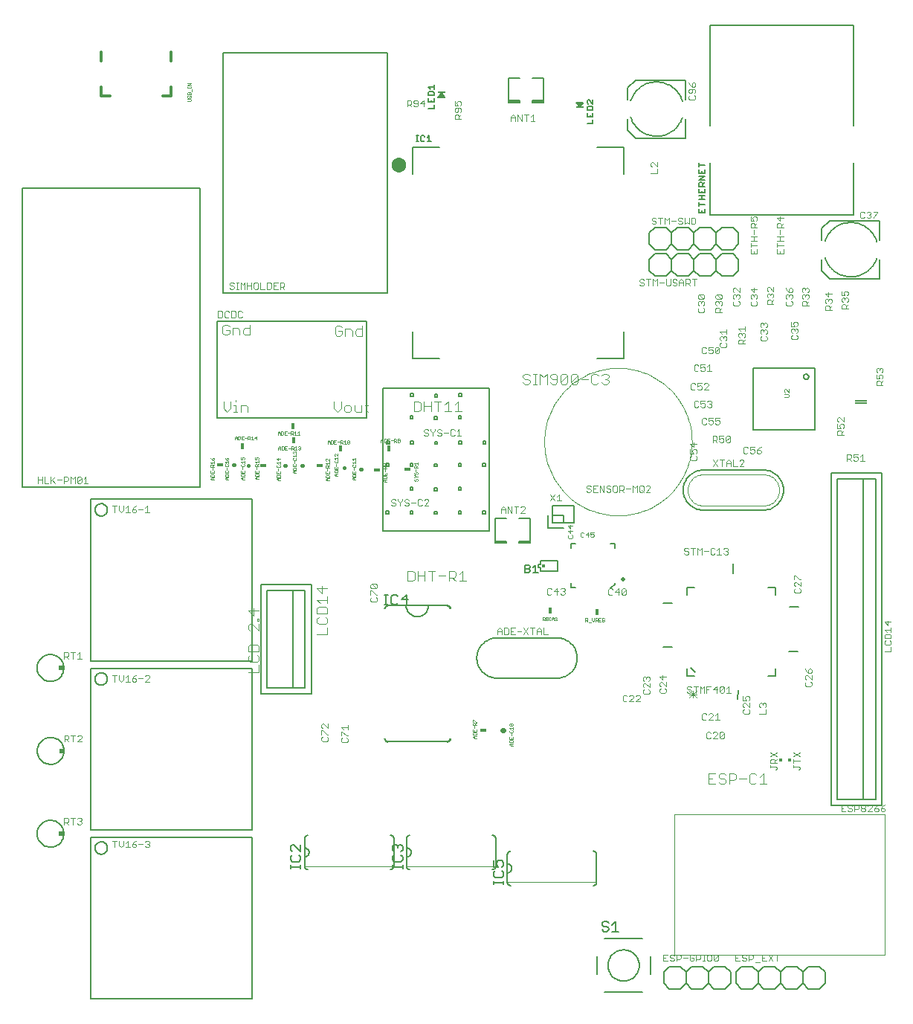
<source format=gto>
G75*
G70*
%OFA0B0*%
%FSLAX24Y24*%
%IPPOS*%
%LPD*%
%AMOC8*
5,1,8,0,0,1.08239X$1,22.5*
%
%ADD10C,0.0030*%
%ADD11C,0.0040*%
%ADD12C,0.0160*%
%ADD13C,0.0010*%
%ADD14C,0.0220*%
%ADD15C,0.0080*%
%ADD16C,0.0060*%
%ADD17C,0.0320*%
%ADD18C,0.0020*%
%ADD19C,0.0050*%
%ADD20R,0.0350X0.0075*%
%ADD21R,0.0280X0.0160*%
%ADD22R,0.0160X0.0280*%
%ADD23R,0.0300X0.0180*%
%ADD24C,0.0039*%
%ADD25C,0.0000*%
%ADD26R,0.0118X0.0118*%
%ADD27R,0.0230X0.0240*%
%ADD28R,0.0551X0.0039*%
%ADD29R,0.0551X0.0079*%
%ADD30R,0.0039X0.0079*%
%ADD31C,0.0079*%
%ADD32C,0.0197*%
%ADD33R,0.0118X0.0157*%
%ADD34C,0.0120*%
D10*
X006620Y007978D02*
X006620Y008269D01*
X006524Y008269D02*
X006717Y008269D01*
X006818Y008269D02*
X006818Y008075D01*
X006915Y007978D01*
X007012Y008075D01*
X007012Y008269D01*
X007113Y008172D02*
X007210Y008269D01*
X007210Y007978D01*
X007306Y007978D02*
X007113Y007978D01*
X007408Y008027D02*
X007456Y007978D01*
X007553Y007978D01*
X007601Y008027D01*
X007601Y008075D01*
X007553Y008124D01*
X007408Y008124D01*
X007408Y008027D01*
X007408Y008124D02*
X007504Y008220D01*
X007601Y008269D01*
X007702Y008124D02*
X007896Y008124D01*
X007997Y008220D02*
X008045Y008269D01*
X008142Y008269D01*
X008190Y008220D01*
X008190Y008172D01*
X008142Y008124D01*
X008190Y008075D01*
X008190Y008027D01*
X008142Y007978D01*
X008045Y007978D01*
X007997Y008027D01*
X008094Y008124D02*
X008142Y008124D01*
X005149Y009053D02*
X005100Y009004D01*
X005003Y009004D01*
X004955Y009053D01*
X005052Y009149D02*
X005100Y009149D01*
X005149Y009101D01*
X005149Y009053D01*
X005100Y009149D02*
X005149Y009198D01*
X005149Y009246D01*
X005100Y009295D01*
X005003Y009295D01*
X004955Y009246D01*
X004854Y009295D02*
X004660Y009295D01*
X004757Y009295D02*
X004757Y009004D01*
X004559Y009004D02*
X004463Y009101D01*
X004511Y009101D02*
X004366Y009101D01*
X004366Y009004D02*
X004366Y009295D01*
X004511Y009295D01*
X004559Y009246D01*
X004559Y009149D01*
X004511Y009101D01*
X004569Y012715D02*
X004472Y012812D01*
X004521Y012812D02*
X004376Y012812D01*
X004376Y012715D02*
X004376Y013005D01*
X004521Y013005D01*
X004569Y012957D01*
X004569Y012860D01*
X004521Y012812D01*
X004670Y013005D02*
X004864Y013005D01*
X004767Y013005D02*
X004767Y012715D01*
X004965Y012715D02*
X005158Y012908D01*
X005158Y012957D01*
X005110Y013005D01*
X005013Y013005D01*
X004965Y012957D01*
X004965Y012715D02*
X005158Y012715D01*
X006620Y015409D02*
X006620Y015700D01*
X006524Y015700D02*
X006717Y015700D01*
X006818Y015700D02*
X006818Y015506D01*
X006915Y015409D01*
X007012Y015506D01*
X007012Y015700D01*
X007113Y015603D02*
X007210Y015700D01*
X007210Y015409D01*
X007306Y015409D02*
X007113Y015409D01*
X007408Y015458D02*
X007456Y015409D01*
X007553Y015409D01*
X007601Y015458D01*
X007601Y015506D01*
X007553Y015555D01*
X007408Y015555D01*
X007408Y015458D01*
X007408Y015555D02*
X007504Y015651D01*
X007601Y015700D01*
X007702Y015555D02*
X007896Y015555D01*
X007997Y015651D02*
X008045Y015700D01*
X008142Y015700D01*
X008190Y015651D01*
X008190Y015603D01*
X007997Y015409D01*
X008190Y015409D01*
X005149Y016435D02*
X004955Y016435D01*
X005052Y016435D02*
X005052Y016726D01*
X004955Y016629D01*
X004854Y016726D02*
X004660Y016726D01*
X004757Y016726D02*
X004757Y016435D01*
X004559Y016435D02*
X004463Y016532D01*
X004511Y016532D02*
X004366Y016532D01*
X004366Y016435D02*
X004366Y016726D01*
X004511Y016726D01*
X004559Y016677D01*
X004559Y016581D01*
X004511Y016532D01*
X006620Y022988D02*
X006620Y023278D01*
X006524Y023278D02*
X006717Y023278D01*
X006818Y023278D02*
X006818Y023085D01*
X006915Y022988D01*
X007012Y023085D01*
X007012Y023278D01*
X007113Y023182D02*
X007210Y023278D01*
X007210Y022988D01*
X007306Y022988D02*
X007113Y022988D01*
X007408Y023037D02*
X007456Y022988D01*
X007553Y022988D01*
X007601Y023037D01*
X007601Y023085D01*
X007553Y023133D01*
X007408Y023133D01*
X007408Y023037D01*
X007408Y023133D02*
X007504Y023230D01*
X007601Y023278D01*
X007702Y023133D02*
X007896Y023133D01*
X007997Y023182D02*
X008094Y023278D01*
X008094Y022988D01*
X008190Y022988D02*
X007997Y022988D01*
X005435Y024301D02*
X005242Y024301D01*
X005338Y024301D02*
X005338Y024591D01*
X005242Y024495D01*
X005141Y024543D02*
X004947Y024350D01*
X004995Y024301D01*
X005092Y024301D01*
X005141Y024350D01*
X005141Y024543D01*
X005092Y024591D01*
X004995Y024591D01*
X004947Y024543D01*
X004947Y024350D01*
X004846Y024301D02*
X004846Y024591D01*
X004749Y024495D01*
X004652Y024591D01*
X004652Y024301D01*
X004551Y024446D02*
X004551Y024543D01*
X004503Y024591D01*
X004358Y024591D01*
X004358Y024301D01*
X004358Y024398D02*
X004503Y024398D01*
X004551Y024446D01*
X004257Y024446D02*
X004063Y024446D01*
X003962Y024301D02*
X003817Y024446D01*
X003768Y024398D02*
X003962Y024591D01*
X003768Y024591D02*
X003768Y024301D01*
X003667Y024301D02*
X003474Y024301D01*
X003474Y024591D01*
X003373Y024591D02*
X003373Y024301D01*
X003373Y024446D02*
X003179Y024446D01*
X003179Y024301D02*
X003179Y024591D01*
X011272Y031726D02*
X011417Y031726D01*
X011465Y031775D01*
X011465Y031968D01*
X011417Y032017D01*
X011272Y032017D01*
X011272Y031726D01*
X011566Y031775D02*
X011615Y031726D01*
X011711Y031726D01*
X011760Y031775D01*
X011861Y031726D02*
X012006Y031726D01*
X012054Y031775D01*
X012054Y031968D01*
X012006Y032017D01*
X011861Y032017D01*
X011861Y031726D01*
X011760Y031968D02*
X011711Y032017D01*
X011615Y032017D01*
X011566Y031968D01*
X011566Y031775D01*
X012156Y031775D02*
X012204Y031726D01*
X012301Y031726D01*
X012349Y031775D01*
X012349Y031968D02*
X012301Y032017D01*
X012204Y032017D01*
X012156Y031968D01*
X012156Y031775D01*
X012177Y033002D02*
X012080Y033002D01*
X012128Y033002D02*
X012128Y033292D01*
X012080Y033292D02*
X012177Y033292D01*
X012277Y033292D02*
X012373Y033196D01*
X012470Y033292D01*
X012470Y033002D01*
X012571Y033002D02*
X012571Y033292D01*
X012571Y033147D02*
X012765Y033147D01*
X012866Y033244D02*
X012866Y033050D01*
X012914Y033002D01*
X013011Y033002D01*
X013059Y033050D01*
X013059Y033244D01*
X013011Y033292D01*
X012914Y033292D01*
X012866Y033244D01*
X012765Y033292D02*
X012765Y033002D01*
X013161Y033002D02*
X013161Y033292D01*
X013161Y033002D02*
X013354Y033002D01*
X013455Y033002D02*
X013455Y033292D01*
X013600Y033292D01*
X013649Y033244D01*
X013649Y033050D01*
X013600Y033002D01*
X013455Y033002D01*
X013750Y033002D02*
X013943Y033002D01*
X014044Y033002D02*
X014044Y033292D01*
X014190Y033292D01*
X014238Y033244D01*
X014238Y033147D01*
X014190Y033099D01*
X014044Y033099D01*
X014141Y033099D02*
X014238Y033002D01*
X013943Y033292D02*
X013750Y033292D01*
X013750Y033002D01*
X013750Y033147D02*
X013847Y033147D01*
X012277Y033002D02*
X012277Y033292D01*
X011979Y033244D02*
X011931Y033292D01*
X011834Y033292D01*
X011785Y033244D01*
X011785Y033196D01*
X011834Y033147D01*
X011931Y033147D01*
X011979Y033099D01*
X011979Y033050D01*
X011931Y033002D01*
X011834Y033002D01*
X011785Y033050D01*
X019744Y041177D02*
X019744Y041467D01*
X019889Y041467D01*
X019938Y041419D01*
X019938Y041322D01*
X019889Y041274D01*
X019744Y041274D01*
X019841Y041274D02*
X019938Y041177D01*
X020039Y041226D02*
X020087Y041177D01*
X020184Y041177D01*
X020232Y041226D01*
X020232Y041419D01*
X020184Y041467D01*
X020087Y041467D01*
X020039Y041419D01*
X020039Y041371D01*
X020087Y041322D01*
X020232Y041322D01*
X020333Y041322D02*
X020527Y041322D01*
X020479Y041177D02*
X020479Y041467D01*
X020333Y041322D01*
X021875Y041411D02*
X021875Y041217D01*
X022020Y041217D01*
X021971Y041314D01*
X021971Y041362D01*
X022020Y041411D01*
X022117Y041411D01*
X022165Y041362D01*
X022165Y041266D01*
X022117Y041217D01*
X022117Y041116D02*
X021923Y041116D01*
X021875Y041068D01*
X021875Y040971D01*
X021923Y040923D01*
X021971Y040923D01*
X022020Y040971D01*
X022020Y041116D01*
X022117Y041116D02*
X022165Y041068D01*
X022165Y040971D01*
X022117Y040923D01*
X022165Y040821D02*
X022068Y040725D01*
X022068Y040773D02*
X022068Y040628D01*
X022165Y040628D02*
X021875Y040628D01*
X021875Y040773D01*
X021923Y040821D01*
X022020Y040821D01*
X022068Y040773D01*
X024394Y040737D02*
X024490Y040834D01*
X024587Y040737D01*
X024587Y040543D01*
X024688Y040543D02*
X024688Y040834D01*
X024882Y040543D01*
X024882Y040834D01*
X024983Y040834D02*
X025177Y040834D01*
X025080Y040834D02*
X025080Y040543D01*
X025278Y040543D02*
X025471Y040543D01*
X025374Y040543D02*
X025374Y040834D01*
X025278Y040737D01*
X024587Y040688D02*
X024394Y040688D01*
X024394Y040737D02*
X024394Y040543D01*
X030660Y038632D02*
X030660Y038535D01*
X030708Y038487D01*
X030660Y038632D02*
X030708Y038680D01*
X030757Y038680D01*
X030950Y038487D01*
X030950Y038680D01*
X030950Y038385D02*
X030950Y038192D01*
X030660Y038192D01*
X030758Y036201D02*
X030710Y036153D01*
X030710Y036104D01*
X030758Y036056D01*
X030855Y036056D01*
X030903Y036008D01*
X030903Y035959D01*
X030855Y035911D01*
X030758Y035911D01*
X030710Y035959D01*
X030758Y036201D02*
X030855Y036201D01*
X030903Y036153D01*
X031004Y036201D02*
X031198Y036201D01*
X031101Y036201D02*
X031101Y035911D01*
X031299Y035911D02*
X031299Y036201D01*
X031396Y036104D01*
X031492Y036201D01*
X031492Y035911D01*
X031594Y036056D02*
X031787Y036056D01*
X031888Y036104D02*
X031937Y036056D01*
X032033Y036056D01*
X032082Y036008D01*
X032082Y035959D01*
X032033Y035911D01*
X031937Y035911D01*
X031888Y035959D01*
X031888Y036104D02*
X031888Y036153D01*
X031937Y036201D01*
X032033Y036201D01*
X032082Y036153D01*
X032183Y036201D02*
X032183Y035911D01*
X032280Y036008D01*
X032376Y035911D01*
X032376Y036201D01*
X032478Y036201D02*
X032623Y036201D01*
X032671Y036153D01*
X032671Y035959D01*
X032623Y035911D01*
X032478Y035911D01*
X032478Y036201D01*
X032527Y033445D02*
X032720Y033445D01*
X032623Y033445D02*
X032623Y033155D01*
X032426Y033155D02*
X032329Y033252D01*
X032377Y033252D02*
X032232Y033252D01*
X032232Y033155D02*
X032232Y033445D01*
X032377Y033445D01*
X032426Y033397D01*
X032426Y033300D01*
X032377Y033252D01*
X032131Y033300D02*
X031937Y033300D01*
X031937Y033348D02*
X032034Y033445D01*
X032131Y033348D01*
X032131Y033155D01*
X031937Y033155D02*
X031937Y033348D01*
X031836Y033397D02*
X031788Y033445D01*
X031691Y033445D01*
X031643Y033397D01*
X031643Y033348D01*
X031691Y033300D01*
X031788Y033300D01*
X031836Y033252D01*
X031836Y033203D01*
X031788Y033155D01*
X031691Y033155D01*
X031643Y033203D01*
X031542Y033203D02*
X031542Y033445D01*
X031348Y033445D02*
X031348Y033203D01*
X031396Y033155D01*
X031493Y033155D01*
X031542Y033203D01*
X031247Y033300D02*
X031053Y033300D01*
X030952Y033445D02*
X030952Y033155D01*
X030759Y033155D02*
X030759Y033445D01*
X030856Y033348D01*
X030952Y033445D01*
X030658Y033445D02*
X030464Y033445D01*
X030561Y033445D02*
X030561Y033155D01*
X030363Y033203D02*
X030315Y033155D01*
X030218Y033155D01*
X030170Y033203D01*
X030218Y033300D02*
X030315Y033300D01*
X030363Y033252D01*
X030363Y033203D01*
X030218Y033300D02*
X030170Y033348D01*
X030170Y033397D01*
X030218Y033445D01*
X030315Y033445D01*
X030363Y033397D01*
X032780Y032711D02*
X032829Y032759D01*
X033022Y032566D01*
X033070Y032614D01*
X033070Y032711D01*
X033022Y032759D01*
X032829Y032759D01*
X032780Y032711D02*
X032780Y032614D01*
X032829Y032566D01*
X033022Y032566D01*
X033022Y032465D02*
X033070Y032416D01*
X033070Y032319D01*
X033022Y032271D01*
X033022Y032170D02*
X033070Y032122D01*
X033070Y032025D01*
X033022Y031976D01*
X032829Y031976D01*
X032780Y032025D01*
X032780Y032122D01*
X032829Y032170D01*
X032829Y032271D02*
X032780Y032319D01*
X032780Y032416D01*
X032829Y032465D01*
X032877Y032465D01*
X032925Y032416D01*
X032974Y032465D01*
X033022Y032465D01*
X032925Y032416D02*
X032925Y032368D01*
X033566Y032415D02*
X033614Y032463D01*
X033663Y032463D01*
X033711Y032415D01*
X033760Y032463D01*
X033808Y032463D01*
X033856Y032415D01*
X033856Y032318D01*
X033808Y032269D01*
X033856Y032168D02*
X033760Y032072D01*
X033760Y032120D02*
X033760Y031975D01*
X033856Y031975D02*
X033566Y031975D01*
X033566Y032120D01*
X033614Y032168D01*
X033711Y032168D01*
X033760Y032120D01*
X033614Y032269D02*
X033566Y032318D01*
X033566Y032415D01*
X033711Y032415D02*
X033711Y032366D01*
X033614Y032564D02*
X033566Y032613D01*
X033566Y032709D01*
X033614Y032758D01*
X033808Y032564D01*
X033856Y032613D01*
X033856Y032709D01*
X033808Y032758D01*
X033614Y032758D01*
X033614Y032564D02*
X033808Y032564D01*
X034355Y032615D02*
X034403Y032566D01*
X034355Y032615D02*
X034355Y032711D01*
X034403Y032760D01*
X034452Y032760D01*
X034500Y032711D01*
X034548Y032760D01*
X034597Y032760D01*
X034645Y032711D01*
X034645Y032615D01*
X034597Y032566D01*
X034597Y032465D02*
X034645Y032417D01*
X034645Y032320D01*
X034597Y032272D01*
X034403Y032272D01*
X034355Y032320D01*
X034355Y032417D01*
X034403Y032465D01*
X034500Y032663D02*
X034500Y032711D01*
X034403Y032861D02*
X034355Y032909D01*
X034355Y033006D01*
X034403Y033054D01*
X034452Y033054D01*
X034645Y032861D01*
X034645Y033054D01*
X035142Y033006D02*
X035288Y032861D01*
X035288Y033054D01*
X035433Y033006D02*
X035142Y033006D01*
X035191Y032760D02*
X035239Y032760D01*
X035288Y032711D01*
X035336Y032760D01*
X035384Y032760D01*
X035433Y032711D01*
X035433Y032615D01*
X035384Y032566D01*
X035384Y032465D02*
X035433Y032417D01*
X035433Y032320D01*
X035384Y032272D01*
X035191Y032272D01*
X035142Y032320D01*
X035142Y032417D01*
X035191Y032465D01*
X035191Y032566D02*
X035142Y032615D01*
X035142Y032711D01*
X035191Y032760D01*
X035288Y032711D02*
X035288Y032663D01*
X035879Y032662D02*
X035879Y032759D01*
X035927Y032807D01*
X035976Y032807D01*
X036024Y032759D01*
X036073Y032807D01*
X036121Y032807D01*
X036169Y032759D01*
X036169Y032662D01*
X036121Y032614D01*
X036169Y032513D02*
X036073Y032416D01*
X036073Y032464D02*
X036073Y032319D01*
X036169Y032319D02*
X035879Y032319D01*
X035879Y032464D01*
X035927Y032513D01*
X036024Y032513D01*
X036073Y032464D01*
X035927Y032614D02*
X035879Y032662D01*
X036024Y032711D02*
X036024Y032759D01*
X035927Y032909D02*
X035879Y032957D01*
X035879Y033054D01*
X035927Y033102D01*
X035976Y033102D01*
X036169Y032909D01*
X036169Y033102D01*
X036717Y033054D02*
X036766Y032958D01*
X036862Y032861D01*
X036862Y033006D01*
X036911Y033054D01*
X036959Y033054D01*
X037007Y033006D01*
X037007Y032909D01*
X036959Y032861D01*
X036862Y032861D01*
X036814Y032760D02*
X036862Y032711D01*
X036911Y032760D01*
X036959Y032760D01*
X037007Y032711D01*
X037007Y032615D01*
X036959Y032566D01*
X036959Y032465D02*
X037007Y032417D01*
X037007Y032320D01*
X036959Y032272D01*
X036766Y032272D01*
X036717Y032320D01*
X036717Y032417D01*
X036766Y032465D01*
X036766Y032566D02*
X036717Y032615D01*
X036717Y032711D01*
X036766Y032760D01*
X036814Y032760D01*
X036862Y032711D02*
X036862Y032663D01*
X037454Y032710D02*
X037502Y032758D01*
X037551Y032758D01*
X037599Y032710D01*
X037647Y032758D01*
X037696Y032758D01*
X037744Y032710D01*
X037744Y032613D01*
X037696Y032565D01*
X037744Y032464D02*
X037647Y032367D01*
X037647Y032415D02*
X037647Y032270D01*
X037744Y032270D02*
X037454Y032270D01*
X037454Y032415D01*
X037502Y032464D01*
X037599Y032464D01*
X037647Y032415D01*
X037502Y032565D02*
X037454Y032613D01*
X037454Y032710D01*
X037599Y032710D02*
X037599Y032662D01*
X037696Y032859D02*
X037744Y032908D01*
X037744Y033005D01*
X037696Y033053D01*
X037647Y033053D01*
X037599Y033005D01*
X037599Y032956D01*
X037599Y033005D02*
X037551Y033053D01*
X037502Y033053D01*
X037454Y033005D01*
X037454Y032908D01*
X037502Y032859D01*
X038487Y032808D02*
X038632Y032663D01*
X038632Y032856D01*
X038487Y032808D02*
X038778Y032808D01*
X038729Y032561D02*
X038778Y032513D01*
X038778Y032416D01*
X038729Y032368D01*
X038778Y032267D02*
X038681Y032170D01*
X038681Y032218D02*
X038681Y032073D01*
X038778Y032073D02*
X038487Y032073D01*
X038487Y032218D01*
X038536Y032267D01*
X038632Y032267D01*
X038681Y032218D01*
X038536Y032368D02*
X038487Y032416D01*
X038487Y032513D01*
X038536Y032561D01*
X038584Y032561D01*
X038632Y032513D01*
X038681Y032561D01*
X038729Y032561D01*
X038632Y032513D02*
X038632Y032465D01*
X039225Y032466D02*
X039225Y032562D01*
X039274Y032611D01*
X039322Y032611D01*
X039371Y032562D01*
X039419Y032611D01*
X039467Y032611D01*
X039516Y032562D01*
X039516Y032466D01*
X039467Y032417D01*
X039516Y032316D02*
X039419Y032219D01*
X039419Y032268D02*
X039419Y032122D01*
X039516Y032122D02*
X039225Y032122D01*
X039225Y032268D01*
X039274Y032316D01*
X039371Y032316D01*
X039419Y032268D01*
X039274Y032417D02*
X039225Y032466D01*
X039371Y032514D02*
X039371Y032562D01*
X039371Y032712D02*
X039225Y032712D01*
X039225Y032905D01*
X039322Y032857D02*
X039371Y032905D01*
X039467Y032905D01*
X039516Y032857D01*
X039516Y032760D01*
X039467Y032712D01*
X039371Y032712D02*
X039322Y032809D01*
X039322Y032857D01*
X037254Y031481D02*
X037254Y031384D01*
X037205Y031335D01*
X037108Y031335D02*
X037060Y031432D01*
X037060Y031481D01*
X037108Y031529D01*
X037205Y031529D01*
X037254Y031481D01*
X037108Y031335D02*
X036963Y031335D01*
X036963Y031529D01*
X037012Y031234D02*
X037060Y031234D01*
X037108Y031186D01*
X037157Y031234D01*
X037205Y031234D01*
X037254Y031186D01*
X037254Y031089D01*
X037205Y031041D01*
X037205Y030940D02*
X037254Y030891D01*
X037254Y030794D01*
X037205Y030746D01*
X037012Y030746D01*
X036963Y030794D01*
X036963Y030891D01*
X037012Y030940D01*
X037012Y031041D02*
X036963Y031089D01*
X036963Y031186D01*
X037012Y031234D01*
X037108Y031186D02*
X037108Y031138D01*
X035876Y031137D02*
X035876Y031040D01*
X035827Y030992D01*
X035827Y030890D02*
X035876Y030842D01*
X035876Y030745D01*
X035827Y030697D01*
X035634Y030697D01*
X035585Y030745D01*
X035585Y030842D01*
X035634Y030890D01*
X035634Y030992D02*
X035585Y031040D01*
X035585Y031137D01*
X035634Y031185D01*
X035682Y031185D01*
X035730Y031137D01*
X035779Y031185D01*
X035827Y031185D01*
X035876Y031137D01*
X035730Y031137D02*
X035730Y031088D01*
X035634Y031286D02*
X035585Y031335D01*
X035585Y031431D01*
X035634Y031480D01*
X035682Y031480D01*
X035730Y031431D01*
X035779Y031480D01*
X035827Y031480D01*
X035876Y031431D01*
X035876Y031335D01*
X035827Y031286D01*
X035730Y031383D02*
X035730Y031431D01*
X034889Y031331D02*
X034889Y031138D01*
X034889Y031235D02*
X034599Y031235D01*
X034695Y031138D01*
X034695Y031037D02*
X034744Y030988D01*
X034792Y031037D01*
X034841Y031037D01*
X034889Y030988D01*
X034889Y030891D01*
X034841Y030843D01*
X034889Y030742D02*
X034792Y030645D01*
X034792Y030694D02*
X034792Y030548D01*
X034889Y030548D02*
X034599Y030548D01*
X034599Y030694D01*
X034647Y030742D01*
X034744Y030742D01*
X034792Y030694D01*
X034647Y030843D02*
X034599Y030891D01*
X034599Y030988D01*
X034647Y031037D01*
X034695Y031037D01*
X034744Y030988D02*
X034744Y030940D01*
X034055Y030991D02*
X034055Y031184D01*
X034055Y031088D02*
X033764Y031088D01*
X033861Y030991D01*
X033861Y030890D02*
X033910Y030841D01*
X033958Y030890D01*
X034006Y030890D01*
X034055Y030841D01*
X034055Y030745D01*
X034006Y030696D01*
X034006Y030595D02*
X034055Y030547D01*
X034055Y030450D01*
X034006Y030402D01*
X033813Y030402D01*
X033764Y030450D01*
X033764Y030547D01*
X033813Y030595D01*
X033813Y030696D02*
X033764Y030745D01*
X033764Y030841D01*
X033813Y030890D01*
X033861Y030890D01*
X033910Y030841D02*
X033910Y030793D01*
X033687Y030404D02*
X033736Y030356D01*
X033542Y030163D01*
X033590Y030114D01*
X033687Y030114D01*
X033736Y030163D01*
X033736Y030356D01*
X033687Y030404D02*
X033590Y030404D01*
X033542Y030356D01*
X033542Y030163D01*
X033441Y030163D02*
X033393Y030114D01*
X033296Y030114D01*
X033247Y030163D01*
X033247Y030259D02*
X033344Y030308D01*
X033393Y030308D01*
X033441Y030259D01*
X033441Y030163D01*
X033247Y030259D02*
X033247Y030404D01*
X033441Y030404D01*
X033146Y030356D02*
X033098Y030404D01*
X033001Y030404D01*
X032953Y030356D01*
X032953Y030163D01*
X033001Y030114D01*
X033098Y030114D01*
X033146Y030163D01*
X033096Y029617D02*
X032903Y029617D01*
X032903Y029472D01*
X033000Y029520D01*
X033048Y029520D01*
X033096Y029472D01*
X033096Y029375D01*
X033048Y029327D01*
X032951Y029327D01*
X032903Y029375D01*
X032802Y029375D02*
X032753Y029327D01*
X032657Y029327D01*
X032608Y029375D01*
X032608Y029569D01*
X032657Y029617D01*
X032753Y029617D01*
X032802Y029569D01*
X033198Y029520D02*
X033294Y029617D01*
X033294Y029327D01*
X033198Y029327D02*
X033391Y029327D01*
X033195Y028780D02*
X033098Y028780D01*
X033050Y028732D01*
X032949Y028780D02*
X032755Y028780D01*
X032755Y028635D01*
X032852Y028684D01*
X032900Y028684D01*
X032949Y028635D01*
X032949Y028539D01*
X032900Y028490D01*
X032804Y028490D01*
X032755Y028539D01*
X032654Y028539D02*
X032606Y028490D01*
X032509Y028490D01*
X032461Y028539D01*
X032461Y028732D01*
X032509Y028780D01*
X032606Y028780D01*
X032654Y028732D01*
X033050Y028490D02*
X033243Y028684D01*
X033243Y028732D01*
X033195Y028780D01*
X033243Y028490D02*
X033050Y028490D01*
X033096Y027993D02*
X032903Y027993D01*
X032903Y027848D01*
X033000Y027896D01*
X033048Y027896D01*
X033096Y027848D01*
X033096Y027751D01*
X033048Y027703D01*
X032951Y027703D01*
X032903Y027751D01*
X032802Y027751D02*
X032753Y027703D01*
X032657Y027703D01*
X032608Y027751D01*
X032608Y027945D01*
X032657Y027993D01*
X032753Y027993D01*
X032802Y027945D01*
X033198Y027945D02*
X033246Y027993D01*
X033343Y027993D01*
X033391Y027945D01*
X033391Y027896D01*
X033343Y027848D01*
X033391Y027800D01*
X033391Y027751D01*
X033343Y027703D01*
X033246Y027703D01*
X033198Y027751D01*
X033294Y027848D02*
X033343Y027848D01*
X033257Y027222D02*
X033257Y027077D01*
X033354Y027126D01*
X033402Y027126D01*
X033451Y027077D01*
X033451Y026980D01*
X033402Y026932D01*
X033306Y026932D01*
X033257Y026980D01*
X033156Y026980D02*
X033108Y026932D01*
X033011Y026932D01*
X032963Y026980D01*
X032963Y027174D01*
X033011Y027222D01*
X033108Y027222D01*
X033156Y027174D01*
X033257Y027222D02*
X033451Y027222D01*
X033552Y027222D02*
X033552Y027077D01*
X033649Y027126D01*
X033697Y027126D01*
X033745Y027077D01*
X033745Y026980D01*
X033697Y026932D01*
X033600Y026932D01*
X033552Y026980D01*
X033552Y027222D02*
X033745Y027222D01*
X033738Y026420D02*
X033738Y026275D01*
X033835Y026323D01*
X033883Y026323D01*
X033931Y026275D01*
X033931Y026178D01*
X033883Y026130D01*
X033786Y026130D01*
X033738Y026178D01*
X033637Y026130D02*
X033540Y026226D01*
X033588Y026226D02*
X033443Y026226D01*
X033443Y026130D02*
X033443Y026420D01*
X033588Y026420D01*
X033637Y026371D01*
X033637Y026275D01*
X033588Y026226D01*
X033738Y026420D02*
X033931Y026420D01*
X034033Y026371D02*
X034081Y026420D01*
X034178Y026420D01*
X034226Y026371D01*
X034033Y026178D01*
X034081Y026130D01*
X034178Y026130D01*
X034226Y026178D01*
X034226Y026371D01*
X034033Y026371D02*
X034033Y026178D01*
X033955Y025348D02*
X033761Y025348D01*
X033858Y025348D02*
X033858Y025058D01*
X034056Y025058D02*
X034056Y025251D01*
X034153Y025348D01*
X034249Y025251D01*
X034249Y025058D01*
X034351Y025058D02*
X034544Y025058D01*
X034645Y025058D02*
X034839Y025251D01*
X034839Y025300D01*
X034790Y025348D01*
X034694Y025348D01*
X034645Y025300D01*
X034645Y025058D02*
X034839Y025058D01*
X034351Y025058D02*
X034351Y025348D01*
X034249Y025203D02*
X034056Y025203D01*
X033660Y025058D02*
X033467Y025348D01*
X033660Y025348D02*
X033467Y025058D01*
X032726Y025381D02*
X032678Y025333D01*
X032484Y025333D01*
X032436Y025381D01*
X032436Y025478D01*
X032484Y025526D01*
X032436Y025627D02*
X032581Y025627D01*
X032532Y025724D01*
X032532Y025772D01*
X032581Y025821D01*
X032678Y025821D01*
X032726Y025772D01*
X032726Y025676D01*
X032678Y025627D01*
X032678Y025526D02*
X032726Y025478D01*
X032726Y025381D01*
X032436Y025627D02*
X032436Y025821D01*
X032581Y025922D02*
X032436Y026067D01*
X032726Y026067D01*
X032581Y026116D02*
X032581Y025922D01*
X034823Y025878D02*
X034823Y025684D01*
X034871Y025636D01*
X034968Y025636D01*
X035016Y025684D01*
X035118Y025684D02*
X035166Y025636D01*
X035263Y025636D01*
X035311Y025684D01*
X035311Y025781D01*
X035263Y025829D01*
X035214Y025829D01*
X035118Y025781D01*
X035118Y025926D01*
X035311Y025926D01*
X035412Y025781D02*
X035557Y025781D01*
X035606Y025733D01*
X035606Y025684D01*
X035557Y025636D01*
X035461Y025636D01*
X035412Y025684D01*
X035412Y025781D01*
X035509Y025878D01*
X035606Y025926D01*
X035016Y025878D02*
X034968Y025926D01*
X034871Y025926D01*
X034823Y025878D01*
X039034Y026469D02*
X039034Y026614D01*
X039082Y026662D01*
X039179Y026662D01*
X039228Y026614D01*
X039228Y026469D01*
X039228Y026565D02*
X039324Y026662D01*
X039276Y026763D02*
X039324Y026812D01*
X039324Y026908D01*
X039276Y026957D01*
X039179Y026957D01*
X039131Y026908D01*
X039131Y026860D01*
X039179Y026763D01*
X039034Y026763D01*
X039034Y026957D01*
X039082Y027058D02*
X039034Y027106D01*
X039034Y027203D01*
X039082Y027251D01*
X039131Y027251D01*
X039324Y027058D01*
X039324Y027251D01*
X039324Y026469D02*
X039034Y026469D01*
X039459Y025598D02*
X039604Y025598D01*
X039652Y025550D01*
X039652Y025453D01*
X039604Y025405D01*
X039459Y025405D01*
X039555Y025405D02*
X039652Y025308D01*
X039753Y025356D02*
X039802Y025308D01*
X039898Y025308D01*
X039947Y025356D01*
X039947Y025453D01*
X039898Y025501D01*
X039850Y025501D01*
X039753Y025453D01*
X039753Y025598D01*
X039947Y025598D01*
X040048Y025501D02*
X040145Y025598D01*
X040145Y025308D01*
X040241Y025308D02*
X040048Y025308D01*
X039459Y025308D02*
X039459Y025598D01*
X040781Y028685D02*
X040781Y028830D01*
X040830Y028878D01*
X040926Y028878D01*
X040975Y028830D01*
X040975Y028685D01*
X041072Y028685D02*
X040781Y028685D01*
X040975Y028782D02*
X041072Y028878D01*
X041023Y028980D02*
X041072Y029028D01*
X041072Y029125D01*
X041023Y029173D01*
X040926Y029173D01*
X040878Y029125D01*
X040878Y029076D01*
X040926Y028980D01*
X040781Y028980D01*
X040781Y029173D01*
X040830Y029274D02*
X040781Y029323D01*
X040781Y029419D01*
X040830Y029468D01*
X040878Y029468D01*
X040926Y029419D01*
X040975Y029468D01*
X041023Y029468D01*
X041072Y029419D01*
X041072Y029323D01*
X041023Y029274D01*
X040926Y029371D02*
X040926Y029419D01*
X036612Y034583D02*
X036322Y034583D01*
X036322Y034777D01*
X036322Y034878D02*
X036322Y035071D01*
X036322Y034975D02*
X036612Y034975D01*
X036612Y035172D02*
X036322Y035172D01*
X036467Y035172D02*
X036467Y035366D01*
X036467Y035467D02*
X036467Y035661D01*
X036515Y035762D02*
X036515Y035907D01*
X036467Y035955D01*
X036370Y035955D01*
X036322Y035907D01*
X036322Y035762D01*
X036612Y035762D01*
X036515Y035858D02*
X036612Y035955D01*
X036467Y036056D02*
X036467Y036250D01*
X036322Y036201D02*
X036467Y036056D01*
X036612Y036201D02*
X036322Y036201D01*
X036322Y035366D02*
X036612Y035366D01*
X036612Y034777D02*
X036612Y034583D01*
X036467Y034583D02*
X036467Y034680D01*
X035431Y034583D02*
X035431Y034777D01*
X035286Y034680D02*
X035286Y034583D01*
X035141Y034583D02*
X035431Y034583D01*
X035141Y034583D02*
X035141Y034777D01*
X035141Y034878D02*
X035141Y035071D01*
X035141Y034975D02*
X035431Y034975D01*
X035431Y035172D02*
X035141Y035172D01*
X035286Y035172D02*
X035286Y035366D01*
X035286Y035467D02*
X035286Y035661D01*
X035334Y035762D02*
X035334Y035907D01*
X035286Y035955D01*
X035189Y035955D01*
X035141Y035907D01*
X035141Y035762D01*
X035431Y035762D01*
X035334Y035858D02*
X035431Y035955D01*
X035383Y036056D02*
X035431Y036105D01*
X035431Y036201D01*
X035383Y036250D01*
X035286Y036250D01*
X035238Y036201D01*
X035238Y036153D01*
X035286Y036056D01*
X035141Y036056D01*
X035141Y036250D01*
X035141Y035366D02*
X035431Y035366D01*
X040051Y036234D02*
X040099Y036186D01*
X040196Y036186D01*
X040245Y036234D01*
X040346Y036234D02*
X040394Y036186D01*
X040491Y036186D01*
X040539Y036234D01*
X040539Y036283D01*
X040491Y036331D01*
X040443Y036331D01*
X040491Y036331D02*
X040539Y036379D01*
X040539Y036428D01*
X040491Y036476D01*
X040394Y036476D01*
X040346Y036428D01*
X040245Y036428D02*
X040196Y036476D01*
X040099Y036476D01*
X040051Y036428D01*
X040051Y036234D01*
X040640Y036234D02*
X040640Y036186D01*
X040640Y036234D02*
X040834Y036428D01*
X040834Y036476D01*
X040640Y036476D01*
X032658Y041535D02*
X032658Y041631D01*
X032610Y041680D01*
X032610Y041781D02*
X032658Y041829D01*
X032658Y041926D01*
X032610Y041974D01*
X032416Y041974D01*
X032368Y041926D01*
X032368Y041829D01*
X032416Y041781D01*
X032465Y041781D01*
X032513Y041829D01*
X032513Y041974D01*
X032513Y042075D02*
X032513Y042221D01*
X032561Y042269D01*
X032610Y042269D01*
X032658Y042221D01*
X032658Y042124D01*
X032610Y042075D01*
X032513Y042075D01*
X032416Y042172D01*
X032368Y042269D01*
X032416Y041680D02*
X032368Y041631D01*
X032368Y041535D01*
X032416Y041486D01*
X032610Y041486D01*
X032658Y041535D01*
X022072Y026714D02*
X022072Y026423D01*
X021975Y026423D02*
X022169Y026423D01*
X021975Y026617D02*
X022072Y026714D01*
X021874Y026665D02*
X021826Y026714D01*
X021729Y026714D01*
X021681Y026665D01*
X021681Y026472D01*
X021729Y026423D01*
X021826Y026423D01*
X021874Y026472D01*
X021579Y026568D02*
X021386Y026568D01*
X021285Y026520D02*
X021285Y026472D01*
X021236Y026423D01*
X021140Y026423D01*
X021091Y026472D01*
X021140Y026568D02*
X021236Y026568D01*
X021285Y026520D01*
X021285Y026665D02*
X021236Y026714D01*
X021140Y026714D01*
X021091Y026665D01*
X021091Y026617D01*
X021140Y026568D01*
X020990Y026665D02*
X020990Y026714D01*
X020990Y026665D02*
X020893Y026568D01*
X020893Y026423D01*
X020893Y026568D02*
X020797Y026665D01*
X020797Y026714D01*
X020696Y026665D02*
X020647Y026714D01*
X020550Y026714D01*
X020502Y026665D01*
X020502Y026617D01*
X020550Y026568D01*
X020647Y026568D01*
X020696Y026520D01*
X020696Y026472D01*
X020647Y026423D01*
X020550Y026423D01*
X020502Y026472D01*
X020559Y023581D02*
X020511Y023532D01*
X020559Y023581D02*
X020656Y023581D01*
X020704Y023532D01*
X020704Y023484D01*
X020511Y023290D01*
X020704Y023290D01*
X020409Y023339D02*
X020361Y023290D01*
X020264Y023290D01*
X020216Y023339D01*
X020216Y023532D01*
X020264Y023581D01*
X020361Y023581D01*
X020409Y023532D01*
X020115Y023435D02*
X019921Y023435D01*
X019820Y023387D02*
X019820Y023339D01*
X019772Y023290D01*
X019675Y023290D01*
X019627Y023339D01*
X019675Y023435D02*
X019772Y023435D01*
X019820Y023387D01*
X019820Y023532D02*
X019772Y023581D01*
X019675Y023581D01*
X019627Y023532D01*
X019627Y023484D01*
X019675Y023435D01*
X019525Y023532D02*
X019525Y023581D01*
X019525Y023532D02*
X019429Y023435D01*
X019429Y023290D01*
X019429Y023435D02*
X019332Y023532D01*
X019332Y023581D01*
X019231Y023532D02*
X019182Y023581D01*
X019086Y023581D01*
X019037Y023532D01*
X019037Y023484D01*
X019086Y023435D01*
X019182Y023435D01*
X019231Y023387D01*
X019231Y023339D01*
X019182Y023290D01*
X019086Y023290D01*
X019037Y023339D01*
X018340Y019777D02*
X018388Y019728D01*
X018388Y019632D01*
X018340Y019583D01*
X018147Y019777D01*
X018340Y019777D01*
X018147Y019777D02*
X018098Y019728D01*
X018098Y019632D01*
X018147Y019583D01*
X018340Y019583D01*
X018147Y019482D02*
X018340Y019289D01*
X018388Y019289D01*
X018340Y019188D02*
X018388Y019139D01*
X018388Y019042D01*
X018340Y018994D01*
X018147Y018994D01*
X018098Y019042D01*
X018098Y019139D01*
X018147Y019188D01*
X018098Y019289D02*
X018098Y019482D01*
X018147Y019482D01*
X023790Y017713D02*
X023790Y017520D01*
X023790Y017665D02*
X023984Y017665D01*
X023984Y017713D02*
X023984Y017520D01*
X024085Y017520D02*
X024230Y017520D01*
X024279Y017568D01*
X024279Y017762D01*
X024230Y017810D01*
X024085Y017810D01*
X024085Y017520D01*
X023984Y017713D02*
X023887Y017810D01*
X023790Y017713D01*
X024380Y017665D02*
X024477Y017665D01*
X024573Y017810D02*
X024380Y017810D01*
X024380Y017520D01*
X024573Y017520D01*
X024674Y017665D02*
X024868Y017665D01*
X024969Y017810D02*
X025163Y017520D01*
X024969Y017520D02*
X025163Y017810D01*
X025264Y017810D02*
X025457Y017810D01*
X025360Y017810D02*
X025360Y017520D01*
X025558Y017520D02*
X025558Y017713D01*
X025655Y017810D01*
X025752Y017713D01*
X025752Y017520D01*
X025853Y017520D02*
X026047Y017520D01*
X025853Y017520D02*
X025853Y017810D01*
X025752Y017665D02*
X025558Y017665D01*
X026072Y019304D02*
X026169Y019304D01*
X026217Y019352D01*
X026318Y019449D02*
X026463Y019594D01*
X026463Y019304D01*
X026512Y019449D02*
X026318Y019449D01*
X026217Y019546D02*
X026169Y019594D01*
X026072Y019594D01*
X026024Y019546D01*
X026024Y019352D01*
X026072Y019304D01*
X026613Y019352D02*
X026661Y019304D01*
X026758Y019304D01*
X026806Y019352D01*
X026806Y019401D01*
X026758Y019449D01*
X026710Y019449D01*
X026758Y019449D02*
X026806Y019498D01*
X026806Y019546D01*
X026758Y019594D01*
X026661Y019594D01*
X026613Y019546D01*
X028770Y019529D02*
X028770Y019336D01*
X028818Y019287D01*
X028915Y019287D01*
X028963Y019336D01*
X029064Y019433D02*
X029258Y019433D01*
X029359Y019529D02*
X029359Y019336D01*
X029553Y019529D01*
X029553Y019336D01*
X029504Y019287D01*
X029407Y019287D01*
X029359Y019336D01*
X029209Y019287D02*
X029209Y019578D01*
X029064Y019433D01*
X028963Y019529D02*
X028915Y019578D01*
X028818Y019578D01*
X028770Y019529D01*
X029359Y019529D02*
X029407Y019578D01*
X029504Y019578D01*
X029553Y019529D01*
X032165Y021157D02*
X032214Y021108D01*
X032311Y021108D01*
X032359Y021157D01*
X032359Y021205D01*
X032311Y021253D01*
X032214Y021253D01*
X032165Y021302D01*
X032165Y021350D01*
X032214Y021399D01*
X032311Y021399D01*
X032359Y021350D01*
X032460Y021399D02*
X032654Y021399D01*
X032557Y021399D02*
X032557Y021108D01*
X032755Y021108D02*
X032755Y021399D01*
X032851Y021302D01*
X032948Y021399D01*
X032948Y021108D01*
X033049Y021253D02*
X033243Y021253D01*
X033344Y021157D02*
X033392Y021108D01*
X033489Y021108D01*
X033537Y021157D01*
X033639Y021108D02*
X033832Y021108D01*
X033735Y021108D02*
X033735Y021399D01*
X033639Y021302D01*
X033537Y021350D02*
X033489Y021399D01*
X033392Y021399D01*
X033344Y021350D01*
X033344Y021157D01*
X033933Y021157D02*
X033982Y021108D01*
X034078Y021108D01*
X034127Y021157D01*
X034127Y021205D01*
X034078Y021253D01*
X034030Y021253D01*
X034078Y021253D02*
X034127Y021302D01*
X034127Y021350D01*
X034078Y021399D01*
X033982Y021399D01*
X033933Y021350D01*
X037094Y020171D02*
X037143Y020171D01*
X037336Y019977D01*
X037385Y019977D01*
X037385Y019876D02*
X037385Y019682D01*
X037191Y019876D01*
X037143Y019876D01*
X037094Y019828D01*
X037094Y019731D01*
X037143Y019682D01*
X037143Y019581D02*
X037094Y019533D01*
X037094Y019436D01*
X037143Y019388D01*
X037336Y019388D01*
X037385Y019436D01*
X037385Y019533D01*
X037336Y019581D01*
X037094Y019977D02*
X037094Y020171D01*
X037586Y015987D02*
X037635Y015891D01*
X037732Y015794D01*
X037732Y015939D01*
X037780Y015987D01*
X037828Y015987D01*
X037877Y015939D01*
X037877Y015842D01*
X037828Y015794D01*
X037732Y015794D01*
X037683Y015693D02*
X037635Y015693D01*
X037586Y015644D01*
X037586Y015548D01*
X037635Y015499D01*
X037635Y015398D02*
X037586Y015350D01*
X037586Y015253D01*
X037635Y015205D01*
X037828Y015205D01*
X037877Y015253D01*
X037877Y015350D01*
X037828Y015398D01*
X037877Y015499D02*
X037683Y015693D01*
X037877Y015693D02*
X037877Y015499D01*
X035826Y014404D02*
X035826Y014308D01*
X035778Y014259D01*
X035826Y014158D02*
X035826Y013965D01*
X035536Y013965D01*
X035584Y014259D02*
X035536Y014308D01*
X035536Y014404D01*
X035584Y014453D01*
X035633Y014453D01*
X035681Y014404D01*
X035730Y014453D01*
X035778Y014453D01*
X035826Y014404D01*
X035681Y014404D02*
X035681Y014356D01*
X035088Y014259D02*
X034895Y014453D01*
X034846Y014453D01*
X034798Y014404D01*
X034798Y014308D01*
X034846Y014259D01*
X034846Y014158D02*
X034798Y014110D01*
X034798Y014013D01*
X034846Y013965D01*
X035040Y013965D01*
X035088Y014013D01*
X035088Y014110D01*
X035040Y014158D01*
X035088Y014259D02*
X035088Y014453D01*
X035040Y014554D02*
X035088Y014602D01*
X035088Y014699D01*
X035040Y014747D01*
X034943Y014747D01*
X034895Y014699D01*
X034895Y014651D01*
X034943Y014554D01*
X034798Y014554D01*
X034798Y014747D01*
X034247Y014909D02*
X034054Y014909D01*
X034150Y014909D02*
X034150Y015200D01*
X034054Y015103D01*
X033952Y015151D02*
X033759Y014958D01*
X033807Y014909D01*
X033904Y014909D01*
X033952Y014958D01*
X033952Y015151D01*
X033904Y015200D01*
X033807Y015200D01*
X033759Y015151D01*
X033759Y014958D01*
X033658Y015055D02*
X033464Y015055D01*
X033609Y015200D01*
X033609Y014909D01*
X033266Y015055D02*
X033170Y015055D01*
X033170Y015200D02*
X033363Y015200D01*
X033170Y015200D02*
X033170Y014909D01*
X033069Y014909D02*
X033069Y015200D01*
X032972Y015103D01*
X032875Y015200D01*
X032875Y014909D01*
X032707Y014836D02*
X032393Y014836D01*
X032707Y014836D01*
X032677Y014909D02*
X032677Y015200D01*
X032580Y015200D02*
X032774Y015200D01*
X032707Y014993D02*
X032393Y014679D01*
X032707Y014993D01*
X032550Y014993D02*
X032550Y014679D01*
X032550Y014993D01*
X032479Y015006D02*
X032479Y014958D01*
X032431Y014909D01*
X032334Y014909D01*
X032286Y014958D01*
X032334Y015055D02*
X032431Y015055D01*
X032479Y015006D01*
X032393Y014993D02*
X032707Y014679D01*
X032393Y014993D01*
X032334Y015055D02*
X032286Y015103D01*
X032286Y015151D01*
X032334Y015200D01*
X032431Y015200D01*
X032479Y015151D01*
X031348Y015194D02*
X031154Y015388D01*
X031106Y015388D01*
X031058Y015339D01*
X031058Y015243D01*
X031106Y015194D01*
X031106Y015093D02*
X031058Y015045D01*
X031058Y014948D01*
X031106Y014900D01*
X031300Y014900D01*
X031348Y014948D01*
X031348Y015045D01*
X031300Y015093D01*
X031348Y015194D02*
X031348Y015388D01*
X031203Y015489D02*
X031203Y015682D01*
X031348Y015634D02*
X031058Y015634D01*
X031203Y015489D01*
X030610Y015488D02*
X030561Y015440D01*
X030610Y015488D02*
X030610Y015585D01*
X030561Y015633D01*
X030513Y015633D01*
X030465Y015585D01*
X030465Y015536D01*
X030465Y015585D02*
X030416Y015633D01*
X030368Y015633D01*
X030320Y015585D01*
X030320Y015488D01*
X030368Y015440D01*
X030368Y015339D02*
X030320Y015290D01*
X030320Y015193D01*
X030368Y015145D01*
X030368Y015044D02*
X030320Y014996D01*
X030320Y014899D01*
X030368Y014850D01*
X030561Y014850D01*
X030610Y014899D01*
X030610Y014996D01*
X030561Y015044D01*
X030610Y015145D02*
X030416Y015339D01*
X030368Y015339D01*
X030610Y015339D02*
X030610Y015145D01*
X030192Y014756D02*
X030144Y014804D01*
X030047Y014804D01*
X029999Y014756D01*
X029898Y014756D02*
X029849Y014804D01*
X029753Y014804D01*
X029704Y014756D01*
X029603Y014756D02*
X029555Y014804D01*
X029458Y014804D01*
X029409Y014756D01*
X029409Y014562D01*
X029458Y014514D01*
X029555Y014514D01*
X029603Y014562D01*
X029704Y014514D02*
X029898Y014707D01*
X029898Y014756D01*
X029898Y014514D02*
X029704Y014514D01*
X029999Y014514D02*
X030192Y014707D01*
X030192Y014756D01*
X030192Y014514D02*
X029999Y014514D01*
X032963Y013936D02*
X032963Y013742D01*
X033011Y013694D01*
X033108Y013694D01*
X033156Y013742D01*
X033257Y013694D02*
X033451Y013887D01*
X033451Y013936D01*
X033402Y013984D01*
X033306Y013984D01*
X033257Y013936D01*
X033156Y013936D02*
X033108Y013984D01*
X033011Y013984D01*
X032963Y013936D01*
X033257Y013694D02*
X033451Y013694D01*
X033552Y013694D02*
X033745Y013694D01*
X033649Y013694D02*
X033649Y013984D01*
X033552Y013887D01*
X033599Y013147D02*
X033502Y013147D01*
X033454Y013099D01*
X033353Y013099D02*
X033305Y013147D01*
X033208Y013147D01*
X033159Y013099D01*
X033159Y012906D01*
X033208Y012857D01*
X033305Y012857D01*
X033353Y012906D01*
X033454Y012857D02*
X033648Y013051D01*
X033648Y013099D01*
X033599Y013147D01*
X033749Y013099D02*
X033797Y013147D01*
X033894Y013147D01*
X033942Y013099D01*
X033749Y012906D01*
X033797Y012857D01*
X033894Y012857D01*
X033942Y012906D01*
X033942Y013099D01*
X033749Y013099D02*
X033749Y012906D01*
X033648Y012857D02*
X033454Y012857D01*
X036028Y012238D02*
X036318Y012044D01*
X036318Y011943D02*
X036222Y011846D01*
X036222Y011895D02*
X036222Y011749D01*
X036318Y011749D02*
X036028Y011749D01*
X036028Y011895D01*
X036077Y011943D01*
X036173Y011943D01*
X036222Y011895D01*
X036028Y012044D02*
X036318Y012238D01*
X036270Y011600D02*
X036028Y011600D01*
X036028Y011552D02*
X036028Y011648D01*
X036270Y011600D02*
X036318Y011552D01*
X036318Y011503D01*
X036270Y011455D01*
X037062Y011552D02*
X037062Y011648D01*
X037062Y011600D02*
X037304Y011600D01*
X037352Y011552D01*
X037352Y011503D01*
X037304Y011455D01*
X037062Y011749D02*
X037062Y011943D01*
X037062Y011846D02*
X037352Y011846D01*
X037352Y012044D02*
X037062Y012238D01*
X037062Y012044D02*
X037352Y012238D01*
X039207Y009879D02*
X039207Y009589D01*
X039400Y009589D01*
X039501Y009637D02*
X039550Y009589D01*
X039647Y009589D01*
X039695Y009637D01*
X039695Y009685D01*
X039647Y009734D01*
X039550Y009734D01*
X039501Y009782D01*
X039501Y009830D01*
X039550Y009879D01*
X039647Y009879D01*
X039695Y009830D01*
X039796Y009879D02*
X039941Y009879D01*
X039990Y009830D01*
X039990Y009734D01*
X039941Y009685D01*
X039796Y009685D01*
X039796Y009589D02*
X039796Y009879D01*
X040091Y009830D02*
X040091Y009782D01*
X040139Y009734D01*
X040236Y009734D01*
X040284Y009685D01*
X040284Y009637D01*
X040236Y009589D01*
X040139Y009589D01*
X040091Y009637D01*
X040091Y009685D01*
X040139Y009734D01*
X040236Y009734D02*
X040284Y009782D01*
X040284Y009830D01*
X040236Y009879D01*
X040139Y009879D01*
X040091Y009830D01*
X040385Y009830D02*
X040434Y009879D01*
X040530Y009879D01*
X040579Y009830D01*
X040579Y009782D01*
X040385Y009589D01*
X040579Y009589D01*
X040680Y009637D02*
X040728Y009589D01*
X040825Y009589D01*
X040873Y009637D01*
X040873Y009685D01*
X040825Y009734D01*
X040680Y009734D01*
X040680Y009637D01*
X040680Y009734D02*
X040777Y009830D01*
X040873Y009879D01*
X040975Y009734D02*
X041120Y009734D01*
X041168Y009685D01*
X041168Y009637D01*
X041120Y009589D01*
X041023Y009589D01*
X040975Y009637D01*
X040975Y009734D01*
X041071Y009830D01*
X041168Y009879D01*
X039400Y009879D02*
X039207Y009879D01*
X039207Y009734D02*
X039303Y009734D01*
X036431Y003168D02*
X036238Y003168D01*
X036335Y003168D02*
X036335Y002878D01*
X036137Y002878D02*
X035943Y003168D01*
X035842Y003168D02*
X035649Y003168D01*
X035649Y002878D01*
X035842Y002878D01*
X035943Y002878D02*
X036137Y003168D01*
X035745Y003023D02*
X035649Y003023D01*
X035547Y002829D02*
X035354Y002829D01*
X035204Y002974D02*
X035059Y002974D01*
X035059Y002878D02*
X035059Y003168D01*
X035204Y003168D01*
X035253Y003119D01*
X035253Y003023D01*
X035204Y002974D01*
X034958Y002974D02*
X034958Y002926D01*
X034910Y002878D01*
X034813Y002878D01*
X034765Y002926D01*
X034813Y003023D02*
X034910Y003023D01*
X034958Y002974D01*
X034958Y003119D02*
X034910Y003168D01*
X034813Y003168D01*
X034765Y003119D01*
X034765Y003071D01*
X034813Y003023D01*
X034664Y003168D02*
X034470Y003168D01*
X034470Y002878D01*
X034664Y002878D01*
X034567Y003023D02*
X034470Y003023D01*
X033682Y003119D02*
X033489Y002926D01*
X033537Y002878D01*
X033634Y002878D01*
X033682Y002926D01*
X033682Y003119D01*
X033634Y003168D01*
X033537Y003168D01*
X033489Y003119D01*
X033489Y002926D01*
X033388Y002926D02*
X033388Y003119D01*
X033339Y003168D01*
X033243Y003168D01*
X033194Y003119D01*
X033194Y002926D01*
X033243Y002878D01*
X033339Y002878D01*
X033388Y002926D01*
X033095Y002878D02*
X032998Y002878D01*
X033046Y002878D02*
X033046Y003168D01*
X032998Y003168D02*
X033095Y003168D01*
X032897Y003119D02*
X032897Y003023D01*
X032848Y002974D01*
X032703Y002974D01*
X032703Y002878D02*
X032703Y003168D01*
X032848Y003168D01*
X032897Y003119D01*
X032602Y003119D02*
X032554Y003168D01*
X032457Y003168D01*
X032408Y003119D01*
X032408Y002926D01*
X032457Y002878D01*
X032554Y002878D01*
X032602Y002926D01*
X032602Y003023D01*
X032505Y003023D01*
X032307Y003023D02*
X032114Y003023D01*
X032013Y003023D02*
X031964Y002974D01*
X031819Y002974D01*
X031819Y002878D02*
X031819Y003168D01*
X031964Y003168D01*
X032013Y003119D01*
X032013Y003023D01*
X031718Y002974D02*
X031718Y002926D01*
X031670Y002878D01*
X031573Y002878D01*
X031525Y002926D01*
X031573Y003023D02*
X031670Y003023D01*
X031718Y002974D01*
X031718Y003119D02*
X031670Y003168D01*
X031573Y003168D01*
X031525Y003119D01*
X031525Y003071D01*
X031573Y003023D01*
X031423Y003168D02*
X031230Y003168D01*
X031230Y002878D01*
X031423Y002878D01*
X031327Y003023D02*
X031230Y003023D01*
X041145Y016759D02*
X041436Y016759D01*
X041436Y016953D01*
X041387Y017054D02*
X041436Y017102D01*
X041436Y017199D01*
X041387Y017247D01*
X041436Y017348D02*
X041436Y017493D01*
X041387Y017542D01*
X041194Y017542D01*
X041145Y017493D01*
X041145Y017348D01*
X041436Y017348D01*
X041194Y017247D02*
X041145Y017199D01*
X041145Y017102D01*
X041194Y017054D01*
X041387Y017054D01*
X041436Y017643D02*
X041436Y017837D01*
X041436Y017740D02*
X041145Y017740D01*
X041242Y017643D01*
X041291Y017938D02*
X041291Y018131D01*
X041436Y018083D02*
X041145Y018083D01*
X041291Y017938D01*
X030635Y023909D02*
X030441Y023909D01*
X030635Y024103D01*
X030635Y024151D01*
X030586Y024200D01*
X030490Y024200D01*
X030441Y024151D01*
X030340Y024151D02*
X030340Y023958D01*
X030292Y023909D01*
X030195Y023909D01*
X030147Y023958D01*
X030147Y024151D01*
X030195Y024200D01*
X030292Y024200D01*
X030340Y024151D01*
X030243Y024006D02*
X030340Y023909D01*
X030045Y023909D02*
X030045Y024200D01*
X029949Y024103D01*
X029852Y024200D01*
X029852Y023909D01*
X029751Y024055D02*
X029557Y024055D01*
X029456Y024055D02*
X029408Y024006D01*
X029263Y024006D01*
X029359Y024006D02*
X029456Y023909D01*
X029456Y024055D02*
X029456Y024151D01*
X029408Y024200D01*
X029263Y024200D01*
X029263Y023909D01*
X029162Y023958D02*
X029162Y024151D01*
X029113Y024200D01*
X029016Y024200D01*
X028968Y024151D01*
X028968Y023958D01*
X029016Y023909D01*
X029113Y023909D01*
X029162Y023958D01*
X028867Y023958D02*
X028818Y023909D01*
X028722Y023909D01*
X028673Y023958D01*
X028722Y024055D02*
X028818Y024055D01*
X028867Y024006D01*
X028867Y023958D01*
X028722Y024055D02*
X028673Y024103D01*
X028673Y024151D01*
X028722Y024200D01*
X028818Y024200D01*
X028867Y024151D01*
X028572Y024200D02*
X028572Y023909D01*
X028379Y024200D01*
X028379Y023909D01*
X028278Y023909D02*
X028084Y023909D01*
X028084Y024200D01*
X028278Y024200D01*
X028181Y024055D02*
X028084Y024055D01*
X027983Y024006D02*
X027983Y023958D01*
X027935Y023909D01*
X027838Y023909D01*
X027789Y023958D01*
X027838Y024055D02*
X027935Y024055D01*
X027983Y024006D01*
X027983Y024151D02*
X027935Y024200D01*
X027838Y024200D01*
X027789Y024151D01*
X027789Y024103D01*
X027838Y024055D01*
X025028Y023216D02*
X024980Y023265D01*
X024883Y023265D01*
X024835Y023216D01*
X024734Y023265D02*
X024540Y023265D01*
X024637Y023265D02*
X024637Y022974D01*
X024835Y022974D02*
X025028Y023168D01*
X025028Y023216D01*
X025028Y022974D02*
X024835Y022974D01*
X024439Y022974D02*
X024439Y023265D01*
X024245Y023265D02*
X024439Y022974D01*
X024245Y022974D02*
X024245Y023265D01*
X024144Y023168D02*
X024144Y022974D01*
X024144Y023120D02*
X023951Y023120D01*
X023951Y023168D02*
X024048Y023265D01*
X024144Y023168D01*
X023951Y023168D02*
X023951Y022974D01*
X017076Y013468D02*
X017076Y013274D01*
X017076Y013371D02*
X016786Y013371D01*
X016883Y013274D01*
X016834Y013173D02*
X017028Y012980D01*
X017076Y012980D01*
X017028Y012879D02*
X017076Y012830D01*
X017076Y012733D01*
X017028Y012685D01*
X016834Y012685D01*
X016786Y012733D01*
X016786Y012830D01*
X016834Y012879D01*
X016786Y012980D02*
X016786Y013173D01*
X016834Y013173D01*
X016194Y013033D02*
X016146Y013033D01*
X015953Y013226D01*
X015904Y013226D01*
X015904Y013033D01*
X015953Y012932D02*
X015904Y012883D01*
X015904Y012787D01*
X015953Y012738D01*
X016146Y012738D01*
X016194Y012787D01*
X016194Y012883D01*
X016146Y012932D01*
X016194Y013328D02*
X016001Y013521D01*
X015953Y013521D01*
X015904Y013473D01*
X015904Y013376D01*
X015953Y013328D01*
X016194Y013328D02*
X016194Y013521D01*
D11*
X013087Y015839D02*
X013087Y016146D01*
X013010Y016300D02*
X013087Y016376D01*
X013087Y016530D01*
X013010Y016607D01*
X013087Y016760D02*
X012627Y016760D01*
X012627Y016990D01*
X012703Y017067D01*
X013010Y017067D01*
X013087Y016990D01*
X013087Y016760D01*
X012703Y016607D02*
X012627Y016530D01*
X012627Y016376D01*
X012703Y016300D01*
X013010Y016300D01*
X013087Y015839D02*
X012627Y015839D01*
X013164Y017220D02*
X013164Y017527D01*
X013087Y017681D02*
X012780Y017988D01*
X012703Y017988D01*
X012627Y017911D01*
X012627Y017758D01*
X012703Y017681D01*
X013087Y017681D02*
X013087Y017988D01*
X013087Y018141D02*
X013087Y018218D01*
X013010Y018218D01*
X013010Y018141D01*
X013087Y018141D01*
X012857Y018371D02*
X012857Y018678D01*
X013087Y018602D02*
X012627Y018602D01*
X012857Y018371D01*
X015700Y018451D02*
X015700Y018681D01*
X015776Y018758D01*
X016083Y018758D01*
X016160Y018681D01*
X016160Y018451D01*
X015700Y018451D01*
X015776Y018297D02*
X015700Y018220D01*
X015700Y018067D01*
X015776Y017990D01*
X016083Y017990D01*
X016160Y018067D01*
X016160Y018220D01*
X016083Y018297D01*
X016160Y017837D02*
X016160Y017530D01*
X015700Y017530D01*
X015853Y018911D02*
X015700Y019064D01*
X016160Y019064D01*
X016160Y018911D02*
X016160Y019218D01*
X015930Y019371D02*
X015930Y019678D01*
X016160Y019602D02*
X015700Y019602D01*
X015930Y019371D01*
X019772Y019915D02*
X020002Y019915D01*
X020079Y019992D01*
X020079Y020299D01*
X020002Y020375D01*
X019772Y020375D01*
X019772Y019915D01*
X020232Y019915D02*
X020232Y020375D01*
X020232Y020145D02*
X020539Y020145D01*
X020539Y020375D02*
X020539Y019915D01*
X020846Y019915D02*
X020846Y020375D01*
X020693Y020375D02*
X021000Y020375D01*
X021153Y020145D02*
X021460Y020145D01*
X021613Y020068D02*
X021844Y020068D01*
X021920Y020145D01*
X021920Y020299D01*
X021844Y020375D01*
X021613Y020375D01*
X021613Y019915D01*
X021767Y020068D02*
X021920Y019915D01*
X022074Y019915D02*
X022381Y019915D01*
X022227Y019915D02*
X022227Y020375D01*
X022074Y020222D01*
X026171Y023521D02*
X026358Y023801D01*
X026466Y023708D02*
X026559Y023801D01*
X026559Y023521D01*
X026466Y023521D02*
X026652Y023521D01*
X026358Y023521D02*
X026171Y023801D01*
X022191Y027515D02*
X021884Y027515D01*
X022037Y027515D02*
X022037Y027976D01*
X021884Y027822D01*
X021730Y027515D02*
X021423Y027515D01*
X021577Y027515D02*
X021577Y027976D01*
X021423Y027822D01*
X021270Y027976D02*
X020963Y027976D01*
X021116Y027976D02*
X021116Y027515D01*
X020809Y027515D02*
X020809Y027976D01*
X020809Y027746D02*
X020503Y027746D01*
X020349Y027592D02*
X020349Y027899D01*
X020272Y027976D01*
X020042Y027976D01*
X020042Y027515D01*
X020272Y027515D01*
X020349Y027592D01*
X020503Y027515D02*
X020503Y027976D01*
X018002Y027804D02*
X017849Y027804D01*
X017926Y027881D02*
X017926Y027574D01*
X018002Y027497D01*
X017695Y027497D02*
X017695Y027804D01*
X017388Y027804D02*
X017388Y027574D01*
X017465Y027497D01*
X017695Y027497D01*
X017235Y027574D02*
X017235Y027727D01*
X017158Y027804D01*
X017005Y027804D01*
X016928Y027727D01*
X016928Y027574D01*
X017005Y027497D01*
X017158Y027497D01*
X017235Y027574D01*
X016775Y027651D02*
X016775Y027958D01*
X016468Y027958D02*
X016468Y027651D01*
X016621Y027497D01*
X016775Y027651D01*
X016737Y030907D02*
X016584Y030907D01*
X016507Y030983D01*
X016507Y031290D01*
X016584Y031367D01*
X016737Y031367D01*
X016814Y031290D01*
X016814Y031137D02*
X016660Y031137D01*
X016814Y031137D02*
X016814Y030983D01*
X016737Y030907D01*
X016967Y030907D02*
X016967Y031214D01*
X017198Y031214D01*
X017274Y031137D01*
X017274Y030907D01*
X017428Y030983D02*
X017428Y031137D01*
X017505Y031214D01*
X017735Y031214D01*
X017735Y031367D02*
X017735Y030907D01*
X017505Y030907D01*
X017428Y030983D01*
X012699Y030946D02*
X012469Y030946D01*
X012392Y031023D01*
X012392Y031176D01*
X012469Y031253D01*
X012699Y031253D01*
X012699Y031406D02*
X012699Y030946D01*
X012239Y030946D02*
X012239Y031176D01*
X012162Y031253D01*
X011932Y031253D01*
X011932Y030946D01*
X011779Y031023D02*
X011779Y031176D01*
X011625Y031176D01*
X011472Y031023D02*
X011548Y030946D01*
X011702Y030946D01*
X011779Y031023D01*
X011779Y031330D02*
X011702Y031406D01*
X011548Y031406D01*
X011472Y031330D01*
X011472Y031023D01*
X012048Y028034D02*
X012048Y027958D01*
X012048Y027804D02*
X012048Y027497D01*
X011971Y027497D02*
X012125Y027497D01*
X012278Y027497D02*
X012278Y027804D01*
X012508Y027804D01*
X012585Y027727D01*
X012585Y027497D01*
X012048Y027804D02*
X011971Y027804D01*
X011818Y027651D02*
X011818Y027958D01*
X011511Y027958D02*
X011511Y027651D01*
X011664Y027497D01*
X011818Y027651D01*
X024936Y028818D02*
X025013Y028741D01*
X025166Y028741D01*
X025243Y028818D01*
X025243Y028895D01*
X025166Y028971D01*
X025013Y028971D01*
X024936Y029048D01*
X024936Y029125D01*
X025013Y029202D01*
X025166Y029202D01*
X025243Y029125D01*
X025397Y029202D02*
X025550Y029202D01*
X025473Y029202D02*
X025473Y028741D01*
X025397Y028741D02*
X025550Y028741D01*
X025703Y028741D02*
X025703Y029202D01*
X025857Y029048D01*
X026010Y029202D01*
X026010Y028741D01*
X026164Y028818D02*
X026241Y028741D01*
X026394Y028741D01*
X026471Y028818D01*
X026471Y029125D01*
X026394Y029202D01*
X026241Y029202D01*
X026164Y029125D01*
X026164Y029048D01*
X026241Y028971D01*
X026471Y028971D01*
X026624Y028818D02*
X026931Y029125D01*
X026931Y028818D01*
X026854Y028741D01*
X026701Y028741D01*
X026624Y028818D01*
X026624Y029125D01*
X026701Y029202D01*
X026854Y029202D01*
X026931Y029125D01*
X027085Y029125D02*
X027161Y029202D01*
X027315Y029202D01*
X027392Y029125D01*
X027085Y028818D01*
X027161Y028741D01*
X027315Y028741D01*
X027392Y028818D01*
X027392Y029125D01*
X027545Y028971D02*
X027852Y028971D01*
X028005Y028818D02*
X028005Y029125D01*
X028082Y029202D01*
X028236Y029202D01*
X028312Y029125D01*
X028466Y029125D02*
X028543Y029202D01*
X028696Y029202D01*
X028773Y029125D01*
X028773Y029048D01*
X028696Y028971D01*
X028773Y028895D01*
X028773Y028818D01*
X028696Y028741D01*
X028543Y028741D01*
X028466Y028818D01*
X028312Y028818D02*
X028236Y028741D01*
X028082Y028741D01*
X028005Y028818D01*
X028619Y028971D02*
X028696Y028971D01*
X027085Y028818D02*
X027085Y029125D01*
X033253Y011288D02*
X033253Y010828D01*
X033560Y010828D01*
X033713Y010905D02*
X033790Y010828D01*
X033944Y010828D01*
X034020Y010905D01*
X034020Y010981D01*
X033944Y011058D01*
X033790Y011058D01*
X033713Y011135D01*
X033713Y011212D01*
X033790Y011288D01*
X033944Y011288D01*
X034020Y011212D01*
X034174Y011288D02*
X034404Y011288D01*
X034481Y011212D01*
X034481Y011058D01*
X034404Y010981D01*
X034174Y010981D01*
X034174Y010828D02*
X034174Y011288D01*
X034634Y011058D02*
X034941Y011058D01*
X035095Y010905D02*
X035171Y010828D01*
X035325Y010828D01*
X035402Y010905D01*
X035555Y010828D02*
X035862Y010828D01*
X035708Y010828D02*
X035708Y011288D01*
X035555Y011135D01*
X035402Y011212D02*
X035325Y011288D01*
X035171Y011288D01*
X035095Y011212D01*
X035095Y010905D01*
X033560Y011288D02*
X033253Y011288D01*
X033253Y011058D02*
X033407Y011058D01*
D12*
X017678Y024938D02*
X017654Y024938D01*
X016930Y024977D02*
X016906Y024977D01*
X015060Y025095D02*
X015036Y025095D01*
X014292Y025095D02*
X014268Y025095D01*
X012639Y025105D02*
X012615Y025105D01*
X011979Y025115D02*
X011955Y025115D01*
D13*
X011728Y025123D02*
X011703Y025148D01*
X011728Y025123D02*
X011728Y025073D01*
X011703Y025048D01*
X011603Y025048D01*
X011578Y025073D01*
X011578Y025123D01*
X011603Y025148D01*
X011628Y025195D02*
X011578Y025245D01*
X011728Y025245D01*
X011728Y025195D02*
X011728Y025295D01*
X011703Y025342D02*
X011728Y025367D01*
X011728Y025417D01*
X011703Y025442D01*
X011678Y025442D01*
X011653Y025417D01*
X011653Y025342D01*
X011703Y025342D01*
X011653Y025342D02*
X011603Y025392D01*
X011578Y025442D01*
X011653Y025000D02*
X011653Y024900D01*
X011728Y024853D02*
X011728Y024753D01*
X011578Y024753D01*
X011578Y024853D01*
X011653Y024803D02*
X011653Y024753D01*
X011703Y024706D02*
X011603Y024706D01*
X011578Y024681D01*
X011578Y024606D01*
X011728Y024606D01*
X011728Y024681D01*
X011703Y024706D01*
X011728Y024558D02*
X011628Y024558D01*
X011578Y024508D01*
X011628Y024458D01*
X011728Y024458D01*
X011653Y024458D02*
X011653Y024558D01*
X011088Y024554D02*
X010988Y024554D01*
X010938Y024503D01*
X010988Y024453D01*
X011088Y024453D01*
X011013Y024453D02*
X011013Y024554D01*
X010938Y024601D02*
X010938Y024676D01*
X010963Y024701D01*
X011063Y024701D01*
X011088Y024676D01*
X011088Y024601D01*
X010938Y024601D01*
X010938Y024748D02*
X011088Y024748D01*
X011088Y024848D01*
X011013Y024895D02*
X011013Y024996D01*
X011038Y025043D02*
X011038Y025118D01*
X011013Y025143D01*
X010963Y025143D01*
X010938Y025118D01*
X010938Y025043D01*
X011088Y025043D01*
X011038Y025093D02*
X011088Y025143D01*
X011088Y025190D02*
X011088Y025290D01*
X011088Y025240D02*
X010938Y025240D01*
X010988Y025190D01*
X011013Y025337D02*
X011013Y025412D01*
X011038Y025437D01*
X011063Y025437D01*
X011088Y025412D01*
X011088Y025362D01*
X011063Y025337D01*
X011013Y025337D01*
X010963Y025387D01*
X010938Y025437D01*
X010938Y024848D02*
X010938Y024748D01*
X011013Y024748D02*
X011013Y024798D01*
X012296Y024763D02*
X012447Y024763D01*
X012447Y024863D01*
X012371Y024910D02*
X012371Y025010D01*
X012321Y025058D02*
X012422Y025058D01*
X012447Y025083D01*
X012447Y025133D01*
X012422Y025158D01*
X012447Y025205D02*
X012447Y025305D01*
X012447Y025255D02*
X012296Y025255D01*
X012346Y025205D01*
X012321Y025158D02*
X012296Y025133D01*
X012296Y025083D01*
X012321Y025058D01*
X012296Y024863D02*
X012296Y024763D01*
X012321Y024716D02*
X012296Y024691D01*
X012296Y024616D01*
X012447Y024616D01*
X012447Y024691D01*
X012422Y024716D01*
X012321Y024716D01*
X012371Y024763D02*
X012371Y024813D01*
X012371Y024568D02*
X012371Y024468D01*
X012346Y024468D02*
X012296Y024518D01*
X012346Y024568D01*
X012447Y024568D01*
X012447Y024468D02*
X012346Y024468D01*
X012926Y024528D02*
X012976Y024578D01*
X013076Y024578D01*
X013076Y024625D02*
X013076Y024700D01*
X013051Y024725D01*
X012951Y024725D01*
X012926Y024700D01*
X012926Y024625D01*
X013076Y024625D01*
X013001Y024578D02*
X013001Y024478D01*
X012976Y024478D02*
X012926Y024528D01*
X012976Y024478D02*
X013076Y024478D01*
X013076Y024773D02*
X013076Y024873D01*
X013001Y024920D02*
X013001Y025020D01*
X013026Y025067D02*
X013026Y025142D01*
X013001Y025167D01*
X012951Y025167D01*
X012926Y025142D01*
X012926Y025067D01*
X013076Y025067D01*
X013026Y025117D02*
X013076Y025167D01*
X013076Y025215D02*
X013076Y025315D01*
X013076Y025265D02*
X012926Y025265D01*
X012976Y025215D01*
X013001Y025362D02*
X012926Y025362D01*
X012926Y025462D01*
X012976Y025437D02*
X013001Y025462D01*
X013051Y025462D01*
X013076Y025437D01*
X013076Y025387D01*
X013051Y025362D01*
X013001Y025362D02*
X012976Y025412D01*
X012976Y025437D01*
X012975Y026256D02*
X012975Y026406D01*
X012900Y026331D01*
X013000Y026331D01*
X012853Y026256D02*
X012753Y026256D01*
X012705Y026256D02*
X012655Y026306D01*
X012680Y026306D02*
X012605Y026306D01*
X012605Y026256D02*
X012605Y026406D01*
X012680Y026406D01*
X012705Y026381D01*
X012705Y026331D01*
X012680Y026306D01*
X012753Y026356D02*
X012803Y026406D01*
X012803Y026256D01*
X012558Y026331D02*
X012458Y026331D01*
X012411Y026256D02*
X012311Y026256D01*
X012311Y026406D01*
X012411Y026406D01*
X012361Y026331D02*
X012311Y026331D01*
X012263Y026281D02*
X012263Y026381D01*
X012238Y026406D01*
X012163Y026406D01*
X012163Y026256D01*
X012238Y026256D01*
X012263Y026281D01*
X012116Y026256D02*
X012116Y026356D01*
X012066Y026406D01*
X012016Y026356D01*
X012016Y026256D01*
X012016Y026331D02*
X012116Y026331D01*
X012296Y025452D02*
X012296Y025352D01*
X012371Y025352D01*
X012346Y025402D01*
X012346Y025427D01*
X012371Y025452D01*
X012422Y025452D01*
X012447Y025427D01*
X012447Y025377D01*
X012422Y025352D01*
X012926Y024873D02*
X012926Y024773D01*
X013076Y024773D01*
X013001Y024773D02*
X013001Y024823D01*
X013891Y024824D02*
X013891Y024723D01*
X014041Y024723D01*
X014041Y024824D01*
X013966Y024871D02*
X013966Y024971D01*
X014016Y025018D02*
X014041Y025043D01*
X014041Y025093D01*
X014016Y025118D01*
X014041Y025165D02*
X014041Y025266D01*
X014041Y025216D02*
X013891Y025216D01*
X013941Y025165D01*
X013916Y025118D02*
X013891Y025093D01*
X013891Y025043D01*
X013916Y025018D01*
X014016Y025018D01*
X013966Y024774D02*
X013966Y024723D01*
X014016Y024676D02*
X013916Y024676D01*
X013891Y024651D01*
X013891Y024576D01*
X014041Y024576D01*
X014041Y024651D01*
X014016Y024676D01*
X014041Y024529D02*
X013941Y024529D01*
X013891Y024479D01*
X013941Y024429D01*
X014041Y024429D01*
X013966Y024429D02*
X013966Y024529D01*
X013966Y025313D02*
X013966Y025413D01*
X014041Y025388D02*
X013891Y025388D01*
X013966Y025313D01*
X013968Y025797D02*
X013968Y025897D01*
X014018Y025947D01*
X014068Y025897D01*
X014068Y025797D01*
X014116Y025797D02*
X014191Y025797D01*
X014216Y025822D01*
X014216Y025922D01*
X014191Y025947D01*
X014116Y025947D01*
X014116Y025797D01*
X014068Y025872D02*
X013968Y025872D01*
X014263Y025872D02*
X014313Y025872D01*
X014263Y025797D02*
X014363Y025797D01*
X014410Y025872D02*
X014510Y025872D01*
X014558Y025847D02*
X014633Y025847D01*
X014658Y025872D01*
X014658Y025922D01*
X014633Y025947D01*
X014558Y025947D01*
X014558Y025797D01*
X014608Y025847D02*
X014658Y025797D01*
X014705Y025797D02*
X014805Y025797D01*
X014755Y025797D02*
X014755Y025947D01*
X014705Y025897D01*
X014852Y025922D02*
X014877Y025947D01*
X014927Y025947D01*
X014952Y025922D01*
X014952Y025897D01*
X014927Y025872D01*
X014952Y025847D01*
X014952Y025822D01*
X014927Y025797D01*
X014877Y025797D01*
X014852Y025822D01*
X014902Y025872D02*
X014927Y025872D01*
X014768Y025709D02*
X014768Y025659D01*
X014743Y025634D01*
X014768Y025587D02*
X014768Y025487D01*
X014768Y025537D02*
X014618Y025537D01*
X014668Y025487D01*
X014643Y025440D02*
X014618Y025415D01*
X014618Y025365D01*
X014643Y025340D01*
X014743Y025340D01*
X014768Y025365D01*
X014768Y025415D01*
X014743Y025440D01*
X014693Y025292D02*
X014693Y025192D01*
X014768Y025145D02*
X014768Y025045D01*
X014618Y025045D01*
X014618Y025145D01*
X014693Y025095D02*
X014693Y025045D01*
X014743Y024998D02*
X014643Y024998D01*
X014618Y024973D01*
X014618Y024898D01*
X014768Y024898D01*
X014768Y024973D01*
X014743Y024998D01*
X014768Y024850D02*
X014668Y024850D01*
X014618Y024800D01*
X014668Y024750D01*
X014768Y024750D01*
X014693Y024750D02*
X014693Y024850D01*
X014643Y025634D02*
X014618Y025659D01*
X014618Y025709D01*
X014643Y025734D01*
X014668Y025734D01*
X014693Y025709D01*
X014718Y025734D01*
X014743Y025734D01*
X014768Y025709D01*
X014693Y025709D02*
X014693Y025684D01*
X014363Y025947D02*
X014263Y025947D01*
X014263Y025797D01*
X014243Y026476D02*
X014343Y026476D01*
X014390Y026551D02*
X014491Y026551D01*
X014538Y026526D02*
X014613Y026526D01*
X014638Y026551D01*
X014638Y026601D01*
X014613Y026626D01*
X014538Y026626D01*
X014538Y026476D01*
X014588Y026526D02*
X014638Y026476D01*
X014685Y026476D02*
X014785Y026476D01*
X014832Y026476D02*
X014933Y026476D01*
X014883Y026476D02*
X014883Y026626D01*
X014832Y026576D01*
X014735Y026626D02*
X014735Y026476D01*
X014685Y026576D02*
X014735Y026626D01*
X014343Y026626D02*
X014243Y026626D01*
X014243Y026476D01*
X014196Y026501D02*
X014196Y026601D01*
X014171Y026626D01*
X014096Y026626D01*
X014096Y026476D01*
X014171Y026476D01*
X014196Y026501D01*
X014243Y026551D02*
X014293Y026551D01*
X014049Y026551D02*
X013949Y026551D01*
X013949Y026576D02*
X013999Y026626D01*
X014049Y026576D01*
X014049Y026476D01*
X013949Y026476D02*
X013949Y026576D01*
X016173Y026173D02*
X016223Y026223D01*
X016273Y026173D01*
X016273Y026073D01*
X016320Y026073D02*
X016395Y026073D01*
X016420Y026098D01*
X016420Y026198D01*
X016395Y026223D01*
X016320Y026223D01*
X016320Y026073D01*
X016273Y026148D02*
X016173Y026148D01*
X016173Y026173D02*
X016173Y026073D01*
X016468Y026073D02*
X016568Y026073D01*
X016615Y026148D02*
X016715Y026148D01*
X016762Y026123D02*
X016837Y026123D01*
X016862Y026148D01*
X016862Y026198D01*
X016837Y026223D01*
X016762Y026223D01*
X016762Y026073D01*
X016812Y026123D02*
X016862Y026073D01*
X016910Y026073D02*
X017010Y026073D01*
X016960Y026073D02*
X016960Y026223D01*
X016910Y026173D01*
X017057Y026198D02*
X017082Y026223D01*
X017132Y026223D01*
X017157Y026198D01*
X017057Y026098D01*
X017082Y026073D01*
X017132Y026073D01*
X017157Y026098D01*
X017157Y026198D01*
X017057Y026198D02*
X017057Y026098D01*
X016568Y026223D02*
X016468Y026223D01*
X016468Y026073D01*
X016468Y026148D02*
X016518Y026148D01*
X016513Y025616D02*
X016488Y025591D01*
X016488Y025541D01*
X016513Y025516D01*
X016513Y025616D02*
X016538Y025616D01*
X016638Y025516D01*
X016638Y025616D01*
X016638Y025469D02*
X016638Y025369D01*
X016638Y025419D02*
X016488Y025419D01*
X016538Y025369D01*
X016513Y025322D02*
X016488Y025297D01*
X016488Y025246D01*
X016513Y025221D01*
X016613Y025221D01*
X016638Y025246D01*
X016638Y025297D01*
X016613Y025322D01*
X016563Y025174D02*
X016563Y025074D01*
X016488Y025027D02*
X016488Y024927D01*
X016638Y024927D01*
X016638Y025027D01*
X016563Y024977D02*
X016563Y024927D01*
X016513Y024880D02*
X016488Y024855D01*
X016488Y024779D01*
X016638Y024779D01*
X016638Y024855D01*
X016613Y024880D01*
X016513Y024880D01*
X016538Y024732D02*
X016638Y024732D01*
X016563Y024732D02*
X016563Y024632D01*
X016538Y024632D02*
X016488Y024682D01*
X016538Y024732D01*
X016538Y024632D02*
X016638Y024632D01*
X016246Y024641D02*
X016221Y024666D01*
X016121Y024666D01*
X016096Y024641D01*
X016096Y024566D01*
X016246Y024566D01*
X016246Y024641D01*
X016246Y024714D02*
X016246Y024814D01*
X016171Y024861D02*
X016171Y024961D01*
X016196Y025008D02*
X016196Y025083D01*
X016171Y025108D01*
X016121Y025108D01*
X016096Y025083D01*
X016096Y025008D01*
X016246Y025008D01*
X016196Y025058D02*
X016246Y025108D01*
X016246Y025156D02*
X016246Y025256D01*
X016246Y025303D02*
X016146Y025403D01*
X016121Y025403D01*
X016096Y025378D01*
X016096Y025328D01*
X016121Y025303D01*
X016096Y025206D02*
X016246Y025206D01*
X016246Y025303D02*
X016246Y025403D01*
X016096Y025206D02*
X016146Y025156D01*
X016096Y024814D02*
X016096Y024714D01*
X016246Y024714D01*
X016171Y024714D02*
X016171Y024764D01*
X016171Y024519D02*
X016171Y024419D01*
X016146Y024419D02*
X016096Y024469D01*
X016146Y024519D01*
X016246Y024519D01*
X016246Y024419D02*
X016146Y024419D01*
X017285Y024495D02*
X017335Y024445D01*
X017435Y024445D01*
X017360Y024445D02*
X017360Y024545D01*
X017335Y024545D02*
X017435Y024545D01*
X017435Y024592D02*
X017435Y024668D01*
X017410Y024693D01*
X017310Y024693D01*
X017285Y024668D01*
X017285Y024592D01*
X017435Y024592D01*
X017335Y024545D02*
X017285Y024495D01*
X017285Y024740D02*
X017435Y024740D01*
X017435Y024840D01*
X017360Y024887D02*
X017360Y024987D01*
X017310Y025034D02*
X017410Y025034D01*
X017435Y025059D01*
X017435Y025110D01*
X017410Y025135D01*
X017435Y025182D02*
X017435Y025282D01*
X017435Y025329D02*
X017435Y025429D01*
X017435Y025379D02*
X017285Y025379D01*
X017335Y025329D01*
X017285Y025232D02*
X017435Y025232D01*
X017335Y025182D02*
X017285Y025232D01*
X017310Y025135D02*
X017285Y025110D01*
X017285Y025059D01*
X017310Y025034D01*
X017285Y024840D02*
X017285Y024740D01*
X017360Y024740D02*
X017360Y024790D01*
X018665Y024764D02*
X018665Y024664D01*
X018815Y024664D01*
X018815Y024764D01*
X018740Y024811D02*
X018740Y024912D01*
X018765Y024959D02*
X018765Y025034D01*
X018740Y025059D01*
X018690Y025059D01*
X018665Y025034D01*
X018665Y024959D01*
X018815Y024959D01*
X018765Y025009D02*
X018815Y025059D01*
X018790Y025106D02*
X018815Y025131D01*
X018815Y025181D01*
X018790Y025206D01*
X018690Y025206D01*
X018665Y025181D01*
X018665Y025131D01*
X018690Y025106D01*
X018715Y025106D01*
X018740Y025131D01*
X018740Y025206D01*
X018740Y024714D02*
X018740Y024664D01*
X018790Y024617D02*
X018690Y024617D01*
X018665Y024592D01*
X018665Y024517D01*
X018815Y024517D01*
X018815Y024592D01*
X018790Y024617D01*
X018815Y024470D02*
X018715Y024470D01*
X018665Y024420D01*
X018715Y024369D01*
X018815Y024369D01*
X018740Y024369D02*
X018740Y024470D01*
X018718Y026143D02*
X018794Y026143D01*
X018819Y026168D01*
X018819Y026268D01*
X018794Y026293D01*
X018718Y026293D01*
X018718Y026143D01*
X018671Y026143D02*
X018671Y026243D01*
X018621Y026293D01*
X018571Y026243D01*
X018571Y026143D01*
X018571Y026218D02*
X018671Y026218D01*
X018866Y026218D02*
X018916Y026218D01*
X018866Y026143D02*
X018966Y026143D01*
X019013Y026218D02*
X019113Y026218D01*
X019160Y026193D02*
X019236Y026193D01*
X019261Y026218D01*
X019261Y026268D01*
X019236Y026293D01*
X019160Y026293D01*
X019160Y026143D01*
X019210Y026193D02*
X019261Y026143D01*
X019308Y026168D02*
X019308Y026193D01*
X019333Y026218D01*
X019383Y026218D01*
X019408Y026193D01*
X019408Y026168D01*
X019383Y026143D01*
X019333Y026143D01*
X019308Y026168D01*
X019333Y026218D02*
X019308Y026243D01*
X019308Y026268D01*
X019333Y026293D01*
X019383Y026293D01*
X019408Y026268D01*
X019408Y026243D01*
X019383Y026218D01*
X018966Y026293D02*
X018866Y026293D01*
X018866Y026143D01*
X020058Y025186D02*
X020208Y025186D01*
X020208Y025136D02*
X020208Y025236D01*
X020108Y025136D02*
X020058Y025186D01*
X020083Y025088D02*
X020133Y025088D01*
X020158Y025063D01*
X020158Y024988D01*
X020208Y024988D02*
X020058Y024988D01*
X020058Y025063D01*
X020083Y025088D01*
X020158Y025038D02*
X020208Y025088D01*
X020133Y024941D02*
X020133Y024841D01*
X020158Y024794D02*
X020183Y024794D01*
X020208Y024769D01*
X020208Y024719D01*
X020183Y024694D01*
X020133Y024719D02*
X020133Y024769D01*
X020158Y024794D01*
X020083Y024794D02*
X020058Y024769D01*
X020058Y024719D01*
X020083Y024694D01*
X020108Y024694D01*
X020133Y024719D01*
X020083Y024646D02*
X020058Y024646D01*
X020083Y024646D02*
X020133Y024596D01*
X020208Y024596D01*
X020133Y024596D02*
X020083Y024546D01*
X020058Y024546D01*
X020083Y024499D02*
X020058Y024474D01*
X020058Y024424D01*
X020083Y024399D01*
X020108Y024399D01*
X020133Y024424D01*
X020133Y024474D01*
X020158Y024499D01*
X020183Y024499D01*
X020208Y024474D01*
X020208Y024424D01*
X020183Y024399D01*
X018872Y018848D02*
X018872Y018798D01*
X018871Y018799D02*
X018850Y018796D01*
X018831Y018790D01*
X018812Y018781D01*
X018795Y018769D01*
X018781Y018755D01*
X018769Y018738D01*
X018760Y018719D01*
X018754Y018700D01*
X018751Y018679D01*
X018702Y018678D01*
X018701Y018679D01*
X018703Y018703D01*
X018709Y018726D01*
X018718Y018749D01*
X018730Y018770D01*
X018744Y018789D01*
X018761Y018806D01*
X018780Y018820D01*
X018801Y018832D01*
X018824Y018841D01*
X018847Y018847D01*
X018871Y018849D01*
X018871Y018840D01*
X018846Y018837D01*
X018822Y018831D01*
X018799Y018821D01*
X018778Y018808D01*
X018759Y018791D01*
X018742Y018772D01*
X018729Y018751D01*
X018719Y018728D01*
X018713Y018704D01*
X018710Y018679D01*
X018719Y018679D01*
X018722Y018703D01*
X018728Y018725D01*
X018737Y018747D01*
X018750Y018767D01*
X018765Y018785D01*
X018783Y018800D01*
X018803Y018813D01*
X018825Y018822D01*
X018847Y018828D01*
X018871Y018831D01*
X018871Y018822D01*
X018849Y018819D01*
X018827Y018814D01*
X018807Y018805D01*
X018788Y018793D01*
X018771Y018779D01*
X018757Y018762D01*
X018745Y018743D01*
X018736Y018723D01*
X018731Y018701D01*
X018728Y018679D01*
X018737Y018679D01*
X018739Y018700D01*
X018745Y018720D01*
X018753Y018739D01*
X018764Y018757D01*
X018778Y018772D01*
X018793Y018786D01*
X018811Y018797D01*
X018830Y018805D01*
X018850Y018811D01*
X018871Y018813D01*
X018871Y018804D01*
X018850Y018801D01*
X018829Y018795D01*
X018810Y018786D01*
X018792Y018773D01*
X018777Y018758D01*
X018764Y018740D01*
X018755Y018721D01*
X018749Y018700D01*
X018746Y018679D01*
X021690Y018678D02*
X021640Y018678D01*
X021641Y018679D02*
X021638Y018700D01*
X021632Y018719D01*
X021623Y018738D01*
X021611Y018755D01*
X021597Y018769D01*
X021580Y018781D01*
X021561Y018790D01*
X021542Y018796D01*
X021521Y018799D01*
X021520Y018848D01*
X021521Y018849D01*
X021545Y018847D01*
X021568Y018841D01*
X021591Y018832D01*
X021612Y018820D01*
X021631Y018806D01*
X021648Y018789D01*
X021662Y018770D01*
X021674Y018749D01*
X021683Y018726D01*
X021689Y018703D01*
X021691Y018679D01*
X021682Y018679D01*
X021679Y018704D01*
X021673Y018728D01*
X021663Y018751D01*
X021650Y018772D01*
X021633Y018791D01*
X021614Y018808D01*
X021593Y018821D01*
X021570Y018831D01*
X021546Y018837D01*
X021521Y018840D01*
X021521Y018831D01*
X021545Y018828D01*
X021567Y018822D01*
X021589Y018813D01*
X021609Y018800D01*
X021627Y018785D01*
X021642Y018767D01*
X021655Y018747D01*
X021664Y018725D01*
X021670Y018703D01*
X021673Y018679D01*
X021664Y018679D01*
X021661Y018701D01*
X021656Y018723D01*
X021647Y018743D01*
X021635Y018762D01*
X021621Y018779D01*
X021604Y018793D01*
X021585Y018805D01*
X021565Y018814D01*
X021543Y018819D01*
X021521Y018822D01*
X021521Y018813D01*
X021542Y018811D01*
X021562Y018805D01*
X021581Y018797D01*
X021599Y018786D01*
X021614Y018772D01*
X021628Y018757D01*
X021639Y018739D01*
X021647Y018720D01*
X021653Y018700D01*
X021655Y018679D01*
X021646Y018679D01*
X021643Y018700D01*
X021637Y018721D01*
X021628Y018740D01*
X021615Y018758D01*
X021600Y018773D01*
X021582Y018786D01*
X021563Y018795D01*
X021542Y018801D01*
X021521Y018804D01*
X025818Y018300D02*
X025893Y018300D01*
X025918Y018275D01*
X025918Y018225D01*
X025893Y018200D01*
X025818Y018200D01*
X025868Y018200D02*
X025918Y018150D01*
X025965Y018150D02*
X026040Y018150D01*
X026065Y018175D01*
X026065Y018200D01*
X026040Y018225D01*
X025965Y018225D01*
X025965Y018300D02*
X026040Y018300D01*
X026065Y018275D01*
X026065Y018250D01*
X026040Y018225D01*
X026113Y018300D02*
X026163Y018300D01*
X026138Y018300D02*
X026138Y018150D01*
X026113Y018150D02*
X026163Y018150D01*
X026211Y018150D02*
X026211Y018250D01*
X026261Y018300D01*
X026311Y018250D01*
X026311Y018150D01*
X026358Y018175D02*
X026383Y018150D01*
X026433Y018150D01*
X026458Y018175D01*
X026458Y018200D01*
X026433Y018225D01*
X026383Y018225D01*
X026358Y018250D01*
X026358Y018275D01*
X026383Y018300D01*
X026433Y018300D01*
X026458Y018275D01*
X026311Y018225D02*
X026211Y018225D01*
X025965Y018150D02*
X025965Y018300D01*
X025818Y018300D02*
X025818Y018150D01*
X027738Y018150D02*
X027813Y018150D01*
X027838Y018175D01*
X027838Y018225D01*
X027813Y018250D01*
X027738Y018250D01*
X027738Y018100D01*
X027788Y018150D02*
X027838Y018100D01*
X027885Y018075D02*
X027985Y018075D01*
X028032Y018150D02*
X028082Y018100D01*
X028132Y018150D01*
X028132Y018250D01*
X028180Y018250D02*
X028255Y018250D01*
X028280Y018225D01*
X028280Y018175D01*
X028255Y018150D01*
X028180Y018150D01*
X028230Y018150D02*
X028280Y018100D01*
X028327Y018100D02*
X028427Y018100D01*
X028474Y018125D02*
X028499Y018100D01*
X028549Y018100D01*
X028574Y018125D01*
X028574Y018175D01*
X028524Y018175D01*
X028474Y018225D02*
X028474Y018125D01*
X028474Y018225D02*
X028499Y018250D01*
X028549Y018250D01*
X028574Y018225D01*
X028427Y018250D02*
X028327Y018250D01*
X028327Y018100D01*
X028327Y018175D02*
X028377Y018175D01*
X028180Y018100D02*
X028180Y018250D01*
X028032Y018250D02*
X028032Y018150D01*
X024464Y013523D02*
X024489Y013498D01*
X024489Y013448D01*
X024464Y013423D01*
X024364Y013523D01*
X024464Y013523D01*
X024364Y013523D02*
X024339Y013498D01*
X024339Y013448D01*
X024364Y013423D01*
X024464Y013423D01*
X024489Y013376D02*
X024489Y013276D01*
X024489Y013326D02*
X024339Y013326D01*
X024389Y013276D01*
X024364Y013228D02*
X024339Y013203D01*
X024339Y013153D01*
X024364Y013128D01*
X024464Y013128D01*
X024489Y013153D01*
X024489Y013203D01*
X024464Y013228D01*
X024414Y013081D02*
X024414Y012981D01*
X024339Y012934D02*
X024339Y012834D01*
X024489Y012834D01*
X024489Y012934D01*
X024414Y012884D02*
X024414Y012834D01*
X024364Y012786D02*
X024339Y012761D01*
X024339Y012686D01*
X024489Y012686D01*
X024489Y012761D01*
X024464Y012786D01*
X024364Y012786D01*
X024389Y012639D02*
X024489Y012639D01*
X024414Y012639D02*
X024414Y012539D01*
X024389Y012539D02*
X024339Y012589D01*
X024389Y012639D01*
X024389Y012539D02*
X024489Y012539D01*
X022843Y012870D02*
X022743Y012870D01*
X022693Y012920D01*
X022743Y012970D01*
X022843Y012970D01*
X022843Y013018D02*
X022843Y013093D01*
X022818Y013118D01*
X022718Y013118D01*
X022693Y013093D01*
X022693Y013018D01*
X022843Y013018D01*
X022768Y012970D02*
X022768Y012870D01*
X022768Y013165D02*
X022768Y013215D01*
X022693Y013165D02*
X022843Y013165D01*
X022843Y013265D01*
X022768Y013312D02*
X022768Y013412D01*
X022793Y013460D02*
X022793Y013535D01*
X022768Y013560D01*
X022718Y013560D01*
X022693Y013535D01*
X022693Y013460D01*
X022843Y013460D01*
X022793Y013510D02*
X022843Y013560D01*
X022843Y013607D02*
X022818Y013607D01*
X022718Y013707D01*
X022693Y013707D01*
X022693Y013607D01*
X022693Y013265D02*
X022693Y013165D01*
X021520Y012700D02*
X021520Y012750D01*
X021521Y012749D02*
X021542Y012752D01*
X021561Y012758D01*
X021580Y012767D01*
X021597Y012779D01*
X021611Y012793D01*
X021623Y012810D01*
X021632Y012829D01*
X021638Y012848D01*
X021641Y012869D01*
X021690Y012870D01*
X021691Y012869D01*
X021689Y012845D01*
X021683Y012822D01*
X021674Y012799D01*
X021662Y012778D01*
X021648Y012759D01*
X021631Y012742D01*
X021612Y012728D01*
X021591Y012716D01*
X021568Y012707D01*
X021545Y012701D01*
X021521Y012699D01*
X021521Y012708D01*
X021546Y012711D01*
X021570Y012717D01*
X021593Y012727D01*
X021614Y012740D01*
X021633Y012757D01*
X021650Y012776D01*
X021663Y012797D01*
X021673Y012820D01*
X021679Y012844D01*
X021682Y012869D01*
X021673Y012869D01*
X021670Y012845D01*
X021664Y012823D01*
X021655Y012801D01*
X021642Y012781D01*
X021627Y012763D01*
X021609Y012748D01*
X021589Y012735D01*
X021567Y012726D01*
X021545Y012720D01*
X021521Y012717D01*
X021521Y012726D01*
X021543Y012729D01*
X021565Y012734D01*
X021585Y012743D01*
X021604Y012755D01*
X021621Y012769D01*
X021635Y012786D01*
X021647Y012805D01*
X021656Y012825D01*
X021661Y012847D01*
X021664Y012869D01*
X021655Y012869D01*
X021653Y012848D01*
X021647Y012828D01*
X021639Y012809D01*
X021628Y012791D01*
X021614Y012776D01*
X021599Y012762D01*
X021581Y012751D01*
X021562Y012743D01*
X021542Y012737D01*
X021521Y012735D01*
X021521Y012744D01*
X021542Y012747D01*
X021563Y012753D01*
X021582Y012762D01*
X021600Y012775D01*
X021615Y012790D01*
X021628Y012808D01*
X021637Y012827D01*
X021643Y012848D01*
X021646Y012869D01*
X018702Y012870D02*
X018752Y012870D01*
X018751Y012869D02*
X018754Y012848D01*
X018760Y012829D01*
X018769Y012810D01*
X018781Y012793D01*
X018795Y012779D01*
X018812Y012767D01*
X018831Y012758D01*
X018850Y012752D01*
X018871Y012749D01*
X018872Y012700D01*
X018871Y012699D01*
X018847Y012701D01*
X018824Y012707D01*
X018801Y012716D01*
X018780Y012728D01*
X018761Y012742D01*
X018744Y012759D01*
X018730Y012778D01*
X018718Y012799D01*
X018709Y012822D01*
X018703Y012845D01*
X018701Y012869D01*
X018710Y012869D01*
X018713Y012844D01*
X018719Y012820D01*
X018729Y012797D01*
X018742Y012776D01*
X018759Y012757D01*
X018778Y012740D01*
X018799Y012727D01*
X018822Y012717D01*
X018846Y012711D01*
X018871Y012708D01*
X018871Y012717D01*
X018847Y012720D01*
X018825Y012726D01*
X018803Y012735D01*
X018783Y012748D01*
X018765Y012763D01*
X018750Y012781D01*
X018737Y012801D01*
X018728Y012823D01*
X018722Y012845D01*
X018719Y012869D01*
X018728Y012869D01*
X018731Y012847D01*
X018736Y012825D01*
X018745Y012805D01*
X018757Y012786D01*
X018771Y012769D01*
X018788Y012755D01*
X018807Y012743D01*
X018827Y012734D01*
X018849Y012729D01*
X018871Y012726D01*
X018871Y012735D01*
X018850Y012737D01*
X018830Y012743D01*
X018811Y012751D01*
X018793Y012762D01*
X018778Y012776D01*
X018764Y012791D01*
X018753Y012809D01*
X018745Y012828D01*
X018739Y012848D01*
X018737Y012869D01*
X018746Y012869D01*
X018749Y012848D01*
X018755Y012827D01*
X018764Y012808D01*
X018777Y012790D01*
X018792Y012775D01*
X018810Y012762D01*
X018829Y012753D01*
X018850Y012747D01*
X018871Y012744D01*
X010028Y041429D02*
X009903Y041429D01*
X009903Y041529D02*
X010028Y041529D01*
X010053Y041504D01*
X010053Y041454D01*
X010028Y041429D01*
X010028Y041576D02*
X010053Y041601D01*
X010053Y041651D01*
X010028Y041676D01*
X010003Y041676D01*
X009978Y041651D01*
X009978Y041601D01*
X009953Y041576D01*
X009928Y041576D01*
X009903Y041601D01*
X009903Y041651D01*
X009928Y041676D01*
X009903Y041723D02*
X009903Y041799D01*
X009928Y041824D01*
X009953Y041824D01*
X009978Y041799D01*
X009978Y041723D01*
X010053Y041723D02*
X009903Y041723D01*
X009978Y041799D02*
X010003Y041824D01*
X010028Y041824D01*
X010053Y041799D01*
X010053Y041723D01*
X010078Y041871D02*
X010078Y041971D01*
X010053Y042018D02*
X010053Y042068D01*
X010053Y042043D02*
X009903Y042043D01*
X009903Y042018D02*
X009903Y042068D01*
X009903Y042116D02*
X010053Y042216D01*
X009903Y042216D01*
X009903Y042116D02*
X010053Y042116D01*
D14*
X024022Y013215D02*
X024046Y013215D01*
D15*
X023767Y015563D02*
X026467Y015563D01*
X026526Y015565D01*
X026584Y015571D01*
X026643Y015580D01*
X026700Y015594D01*
X026756Y015611D01*
X026811Y015632D01*
X026865Y015656D01*
X026917Y015684D01*
X026967Y015715D01*
X027015Y015749D01*
X027060Y015786D01*
X027103Y015827D01*
X027144Y015870D01*
X027181Y015915D01*
X027215Y015963D01*
X027246Y016013D01*
X027274Y016065D01*
X027298Y016119D01*
X027319Y016174D01*
X027336Y016230D01*
X027350Y016287D01*
X027359Y016346D01*
X027365Y016404D01*
X027367Y016463D01*
X027365Y016522D01*
X027359Y016580D01*
X027350Y016639D01*
X027336Y016696D01*
X027319Y016752D01*
X027298Y016807D01*
X027274Y016861D01*
X027246Y016913D01*
X027215Y016963D01*
X027181Y017011D01*
X027144Y017056D01*
X027103Y017099D01*
X027060Y017140D01*
X027015Y017177D01*
X026967Y017211D01*
X026917Y017242D01*
X026865Y017270D01*
X026811Y017294D01*
X026756Y017315D01*
X026700Y017332D01*
X026643Y017346D01*
X026584Y017355D01*
X026526Y017361D01*
X026467Y017363D01*
X023767Y017363D01*
X023708Y017361D01*
X023650Y017355D01*
X023591Y017346D01*
X023534Y017332D01*
X023478Y017315D01*
X023423Y017294D01*
X023369Y017270D01*
X023317Y017242D01*
X023267Y017211D01*
X023219Y017177D01*
X023174Y017140D01*
X023131Y017099D01*
X023090Y017056D01*
X023053Y017011D01*
X023019Y016963D01*
X022988Y016913D01*
X022960Y016861D01*
X022936Y016807D01*
X022915Y016752D01*
X022898Y016696D01*
X022884Y016639D01*
X022875Y016580D01*
X022869Y016522D01*
X022867Y016463D01*
X022869Y016404D01*
X022875Y016346D01*
X022884Y016287D01*
X022898Y016230D01*
X022915Y016174D01*
X022936Y016119D01*
X022960Y016065D01*
X022988Y016013D01*
X023019Y015963D01*
X023053Y015915D01*
X023090Y015870D01*
X023131Y015827D01*
X023174Y015786D01*
X023219Y015749D01*
X023267Y015715D01*
X023317Y015684D01*
X023369Y015656D01*
X023423Y015632D01*
X023478Y015611D01*
X023534Y015594D01*
X023591Y015580D01*
X023650Y015571D01*
X023708Y015565D01*
X023767Y015563D01*
X028598Y003884D02*
X030298Y003884D01*
X030648Y003077D02*
X030648Y002284D01*
X030298Y001484D02*
X028598Y001484D01*
X028248Y002284D02*
X028248Y003089D01*
X028748Y002684D02*
X028750Y002736D01*
X028756Y002788D01*
X028766Y002840D01*
X028779Y002890D01*
X028796Y002940D01*
X028817Y002988D01*
X028842Y003034D01*
X028870Y003078D01*
X028901Y003120D01*
X028935Y003160D01*
X028972Y003197D01*
X029012Y003231D01*
X029054Y003262D01*
X029098Y003290D01*
X029144Y003315D01*
X029192Y003336D01*
X029242Y003353D01*
X029292Y003366D01*
X029344Y003376D01*
X029396Y003382D01*
X029448Y003384D01*
X029500Y003382D01*
X029552Y003376D01*
X029604Y003366D01*
X029654Y003353D01*
X029704Y003336D01*
X029752Y003315D01*
X029798Y003290D01*
X029842Y003262D01*
X029884Y003231D01*
X029924Y003197D01*
X029961Y003160D01*
X029995Y003120D01*
X030026Y003078D01*
X030054Y003034D01*
X030079Y002988D01*
X030100Y002940D01*
X030117Y002890D01*
X030130Y002840D01*
X030140Y002788D01*
X030146Y002736D01*
X030148Y002684D01*
X030146Y002632D01*
X030140Y002580D01*
X030130Y002528D01*
X030117Y002478D01*
X030100Y002428D01*
X030079Y002380D01*
X030054Y002334D01*
X030026Y002290D01*
X029995Y002248D01*
X029961Y002208D01*
X029924Y002171D01*
X029884Y002137D01*
X029842Y002106D01*
X029798Y002078D01*
X029752Y002053D01*
X029704Y002032D01*
X029654Y002015D01*
X029604Y002002D01*
X029552Y001992D01*
X029500Y001986D01*
X029448Y001984D01*
X029396Y001986D01*
X029344Y001992D01*
X029292Y002002D01*
X029242Y002015D01*
X029192Y002032D01*
X029144Y002053D01*
X029098Y002078D01*
X029054Y002106D01*
X029012Y002137D01*
X028972Y002171D01*
X028935Y002208D01*
X028901Y002248D01*
X028870Y002290D01*
X028842Y002334D01*
X028817Y002380D01*
X028796Y002428D01*
X028779Y002478D01*
X028766Y002528D01*
X028756Y002580D01*
X028750Y002632D01*
X028748Y002684D01*
X028267Y029898D02*
X029448Y029898D01*
X029448Y031080D01*
X033333Y036326D02*
X033333Y038676D01*
X032223Y039770D02*
X029979Y039770D01*
X029625Y040125D01*
X029625Y040637D01*
X029625Y041503D02*
X029625Y042015D01*
X029979Y042369D01*
X032223Y042369D01*
X032223Y041503D01*
X032223Y040637D02*
X032223Y039770D01*
X033333Y040326D02*
X033333Y043676D01*
X033333Y044826D01*
X039763Y044826D01*
X039763Y043676D01*
X039763Y040326D01*
X039763Y038676D02*
X039763Y036326D01*
X033333Y036326D01*
X029448Y038166D02*
X029448Y039347D01*
X028267Y039347D01*
X029763Y041444D02*
X029786Y041509D01*
X029812Y041572D01*
X029842Y041633D01*
X029876Y041693D01*
X029912Y041751D01*
X029952Y041807D01*
X029995Y041860D01*
X030041Y041911D01*
X030090Y041959D01*
X030141Y042004D01*
X030195Y042047D01*
X030251Y042086D01*
X030309Y042122D01*
X030370Y042155D01*
X030432Y042184D01*
X030495Y042210D01*
X030560Y042232D01*
X030626Y042251D01*
X030693Y042265D01*
X030760Y042276D01*
X030829Y042283D01*
X030897Y042287D01*
X030966Y042286D01*
X031034Y042282D01*
X031102Y042273D01*
X031169Y042261D01*
X031236Y042246D01*
X031302Y042226D01*
X031366Y042203D01*
X031429Y042176D01*
X031491Y042145D01*
X031550Y042112D01*
X031608Y042075D01*
X031663Y042034D01*
X031716Y041991D01*
X031767Y041945D01*
X031815Y041896D01*
X031860Y041844D01*
X031902Y041790D01*
X031941Y041734D01*
X031977Y041675D01*
X032009Y041615D01*
X032038Y041553D01*
X032064Y041489D01*
X032085Y041424D01*
X032085Y040696D02*
X032062Y040631D01*
X032036Y040568D01*
X032006Y040507D01*
X031972Y040447D01*
X031936Y040389D01*
X031896Y040333D01*
X031853Y040280D01*
X031807Y040229D01*
X031758Y040181D01*
X031707Y040136D01*
X031653Y040093D01*
X031597Y040054D01*
X031539Y040018D01*
X031478Y039985D01*
X031416Y039956D01*
X031353Y039930D01*
X031288Y039908D01*
X031222Y039889D01*
X031155Y039875D01*
X031088Y039864D01*
X031019Y039857D01*
X030951Y039853D01*
X030882Y039854D01*
X030814Y039858D01*
X030746Y039867D01*
X030679Y039879D01*
X030612Y039894D01*
X030546Y039914D01*
X030482Y039937D01*
X030419Y039964D01*
X030357Y039995D01*
X030298Y040028D01*
X030240Y040065D01*
X030185Y040106D01*
X030132Y040149D01*
X030081Y040195D01*
X030033Y040244D01*
X029988Y040296D01*
X029946Y040350D01*
X029907Y040406D01*
X029871Y040465D01*
X029839Y040525D01*
X029810Y040587D01*
X029784Y040651D01*
X029763Y040716D01*
X038335Y035715D02*
X038335Y035204D01*
X038335Y035715D02*
X038690Y036070D01*
X040934Y036070D01*
X040934Y035204D01*
X040934Y034337D02*
X040934Y033471D01*
X038690Y033471D01*
X038335Y033826D01*
X038335Y034337D01*
X038474Y035144D02*
X038497Y035209D01*
X038523Y035272D01*
X038553Y035333D01*
X038587Y035393D01*
X038623Y035451D01*
X038663Y035507D01*
X038706Y035560D01*
X038752Y035611D01*
X038801Y035659D01*
X038852Y035704D01*
X038906Y035747D01*
X038962Y035786D01*
X039020Y035822D01*
X039081Y035855D01*
X039143Y035884D01*
X039206Y035910D01*
X039271Y035932D01*
X039337Y035951D01*
X039404Y035965D01*
X039471Y035976D01*
X039540Y035983D01*
X039608Y035987D01*
X039677Y035986D01*
X039745Y035982D01*
X039813Y035973D01*
X039880Y035961D01*
X039947Y035946D01*
X040013Y035926D01*
X040077Y035903D01*
X040140Y035876D01*
X040202Y035845D01*
X040261Y035812D01*
X040319Y035775D01*
X040374Y035734D01*
X040427Y035691D01*
X040478Y035645D01*
X040526Y035596D01*
X040571Y035544D01*
X040613Y035490D01*
X040652Y035434D01*
X040688Y035375D01*
X040720Y035315D01*
X040749Y035253D01*
X040775Y035189D01*
X040796Y035124D01*
X040796Y034396D02*
X040773Y034331D01*
X040747Y034268D01*
X040717Y034207D01*
X040683Y034147D01*
X040647Y034089D01*
X040607Y034033D01*
X040564Y033980D01*
X040518Y033929D01*
X040469Y033881D01*
X040418Y033836D01*
X040364Y033793D01*
X040308Y033754D01*
X040250Y033718D01*
X040189Y033685D01*
X040127Y033656D01*
X040064Y033630D01*
X039999Y033608D01*
X039933Y033589D01*
X039866Y033575D01*
X039799Y033564D01*
X039730Y033557D01*
X039662Y033553D01*
X039593Y033554D01*
X039525Y033558D01*
X039457Y033567D01*
X039390Y033579D01*
X039323Y033594D01*
X039257Y033614D01*
X039193Y033637D01*
X039130Y033664D01*
X039068Y033695D01*
X039009Y033728D01*
X038951Y033765D01*
X038896Y033806D01*
X038843Y033849D01*
X038792Y033895D01*
X038744Y033944D01*
X038699Y033996D01*
X038657Y034050D01*
X038618Y034106D01*
X038582Y034165D01*
X038550Y034225D01*
X038521Y034287D01*
X038495Y034351D01*
X038474Y034416D01*
X021180Y029898D02*
X019999Y029898D01*
X019999Y031080D01*
X019999Y038166D02*
X019999Y039347D01*
X021180Y039347D01*
D16*
X020819Y039619D02*
X020646Y039619D01*
X020733Y039619D02*
X020733Y039880D01*
X020646Y039793D01*
X020525Y039836D02*
X020481Y039880D01*
X020395Y039880D01*
X020351Y039836D01*
X020351Y039663D01*
X020395Y039619D01*
X020481Y039619D01*
X020525Y039663D01*
X020242Y039619D02*
X020155Y039619D01*
X020198Y039619D02*
X020198Y039880D01*
X020155Y039880D02*
X020242Y039880D01*
X020687Y041089D02*
X020947Y041089D01*
X020947Y041262D01*
X020947Y041383D02*
X020947Y041557D01*
X020947Y041678D02*
X020687Y041678D01*
X020687Y041808D01*
X020730Y041851D01*
X020903Y041851D01*
X020947Y041808D01*
X020947Y041678D01*
X021128Y041609D02*
X021278Y041809D01*
X021428Y041609D01*
X021128Y041609D01*
X021145Y041631D02*
X021412Y041631D01*
X021368Y041690D02*
X021188Y041690D01*
X021232Y041748D02*
X021324Y041748D01*
X021280Y041807D02*
X021276Y041807D01*
X020947Y041973D02*
X020947Y042146D01*
X020947Y042059D02*
X020687Y042059D01*
X020773Y041973D01*
X020687Y041557D02*
X020687Y041383D01*
X020947Y041383D01*
X020817Y041383D02*
X020817Y041470D01*
X027329Y041367D02*
X027479Y041167D01*
X027629Y041367D01*
X027329Y041367D01*
X027350Y041339D02*
X027608Y041339D01*
X027564Y041280D02*
X027394Y041280D01*
X027438Y041222D02*
X027520Y041222D01*
X027810Y041144D02*
X027810Y041014D01*
X028071Y041014D01*
X028071Y041144D01*
X028027Y041187D01*
X027854Y041187D01*
X027810Y041144D01*
X027854Y041308D02*
X027810Y041352D01*
X027810Y041438D01*
X027854Y041482D01*
X027897Y041482D01*
X028071Y041308D01*
X028071Y041482D01*
X028071Y040892D02*
X028071Y040719D01*
X027810Y040719D01*
X027810Y040892D01*
X027941Y040806D02*
X027941Y040719D01*
X028071Y040598D02*
X028071Y040424D01*
X027810Y040424D01*
X030847Y035763D02*
X031347Y035763D01*
X031597Y035513D01*
X031847Y035763D01*
X032347Y035763D01*
X032597Y035513D01*
X032597Y035013D01*
X032347Y034763D01*
X031847Y034763D01*
X031597Y035013D01*
X031347Y034763D01*
X030847Y034763D01*
X030597Y035013D01*
X030597Y035513D01*
X030847Y035763D01*
X031597Y035513D02*
X031597Y035013D01*
X031347Y034581D02*
X031597Y034331D01*
X031847Y034581D01*
X032347Y034581D01*
X032597Y034331D01*
X032597Y033831D01*
X032347Y033581D01*
X031847Y033581D01*
X031597Y033831D01*
X031347Y033581D01*
X030847Y033581D01*
X030597Y033831D01*
X030597Y034331D01*
X030847Y034581D01*
X031347Y034581D01*
X031597Y034331D02*
X031597Y033831D01*
X032597Y033831D02*
X032597Y034331D01*
X032847Y034581D01*
X033347Y034581D01*
X033597Y034331D01*
X033847Y034581D01*
X034347Y034581D01*
X034597Y034331D01*
X034597Y033831D01*
X034347Y033581D01*
X033847Y033581D01*
X033597Y033831D01*
X033347Y033581D01*
X032847Y033581D01*
X032597Y033831D01*
X032847Y034763D02*
X032597Y035013D01*
X032597Y035513D01*
X032847Y035763D01*
X033347Y035763D01*
X033597Y035513D01*
X033847Y035763D01*
X034347Y035763D01*
X034597Y035513D01*
X034597Y035013D01*
X034347Y034763D01*
X033847Y034763D01*
X033597Y035013D01*
X033347Y034763D01*
X032847Y034763D01*
X033597Y035013D02*
X033597Y035513D01*
X033087Y036426D02*
X032827Y036426D01*
X032827Y036600D01*
X032827Y036721D02*
X032827Y036895D01*
X032827Y036808D02*
X033087Y036808D01*
X033087Y037016D02*
X032827Y037016D01*
X032957Y037016D02*
X032957Y037189D01*
X032957Y037310D02*
X032957Y037397D01*
X032827Y037310D02*
X033087Y037310D01*
X033087Y037484D01*
X033087Y037605D02*
X032827Y037605D01*
X032827Y037735D01*
X032870Y037779D01*
X032957Y037779D01*
X033000Y037735D01*
X033000Y037605D01*
X033000Y037692D02*
X033087Y037779D01*
X033087Y037900D02*
X032827Y037900D01*
X033087Y038073D01*
X032827Y038073D01*
X032827Y038194D02*
X033087Y038194D01*
X033087Y038368D01*
X032957Y038281D02*
X032957Y038194D01*
X032827Y038194D02*
X032827Y038368D01*
X032827Y038489D02*
X032827Y038663D01*
X032827Y038576D02*
X033087Y038576D01*
X032827Y037484D02*
X032827Y037310D01*
X032827Y037189D02*
X033087Y037189D01*
X033087Y036600D02*
X033087Y036426D01*
X032957Y036426D02*
X032957Y036513D01*
X033597Y034331D02*
X033597Y033831D01*
X033019Y024893D02*
X035719Y024893D01*
X035778Y024891D01*
X035836Y024885D01*
X035895Y024876D01*
X035952Y024862D01*
X036008Y024845D01*
X036063Y024824D01*
X036117Y024800D01*
X036169Y024772D01*
X036219Y024741D01*
X036267Y024707D01*
X036312Y024670D01*
X036355Y024629D01*
X036396Y024586D01*
X036433Y024541D01*
X036467Y024493D01*
X036498Y024443D01*
X036526Y024391D01*
X036550Y024337D01*
X036571Y024282D01*
X036588Y024226D01*
X036602Y024169D01*
X036611Y024110D01*
X036617Y024052D01*
X036619Y023993D01*
X036617Y023934D01*
X036611Y023876D01*
X036602Y023817D01*
X036588Y023760D01*
X036571Y023704D01*
X036550Y023649D01*
X036526Y023595D01*
X036498Y023543D01*
X036467Y023493D01*
X036433Y023445D01*
X036396Y023400D01*
X036355Y023357D01*
X036312Y023316D01*
X036267Y023279D01*
X036219Y023245D01*
X036169Y023214D01*
X036117Y023186D01*
X036063Y023162D01*
X036008Y023141D01*
X035952Y023124D01*
X035895Y023110D01*
X035836Y023101D01*
X035778Y023095D01*
X035719Y023093D01*
X033019Y023093D01*
X032960Y023095D01*
X032902Y023101D01*
X032843Y023110D01*
X032786Y023124D01*
X032730Y023141D01*
X032675Y023162D01*
X032621Y023186D01*
X032569Y023214D01*
X032519Y023245D01*
X032471Y023279D01*
X032426Y023316D01*
X032383Y023357D01*
X032342Y023400D01*
X032305Y023445D01*
X032271Y023493D01*
X032240Y023543D01*
X032212Y023595D01*
X032188Y023649D01*
X032167Y023704D01*
X032150Y023760D01*
X032136Y023817D01*
X032127Y023876D01*
X032121Y023934D01*
X032119Y023993D01*
X032121Y024052D01*
X032127Y024110D01*
X032136Y024169D01*
X032150Y024226D01*
X032167Y024282D01*
X032188Y024337D01*
X032212Y024391D01*
X032240Y024443D01*
X032271Y024493D01*
X032305Y024541D01*
X032342Y024586D01*
X032383Y024629D01*
X032426Y024670D01*
X032471Y024707D01*
X032519Y024741D01*
X032569Y024772D01*
X032621Y024800D01*
X032675Y024824D01*
X032730Y024845D01*
X032786Y024862D01*
X032843Y024876D01*
X032902Y024885D01*
X032960Y024891D01*
X033019Y024893D01*
X034370Y020684D02*
X034370Y020274D01*
X035930Y019614D02*
X036240Y019614D01*
X036240Y019304D01*
X036890Y018744D02*
X037300Y018744D01*
X037270Y016774D02*
X036860Y016774D01*
X036240Y015984D02*
X036240Y015674D01*
X035930Y015674D01*
X034580Y015034D02*
X034570Y014634D01*
X032610Y015674D02*
X032300Y015674D01*
X032300Y015984D01*
X032440Y016034D02*
X032660Y015814D01*
X031630Y016964D02*
X031230Y016964D01*
X031210Y018924D02*
X031610Y018924D01*
X032300Y019304D02*
X032300Y019614D01*
X032610Y019614D01*
X023721Y008373D02*
X023721Y007133D01*
X023719Y007110D01*
X023714Y007087D01*
X023705Y007065D01*
X023692Y007045D01*
X023677Y007027D01*
X023659Y007012D01*
X023639Y006999D01*
X023617Y006990D01*
X023594Y006985D01*
X023571Y006983D01*
X024235Y006840D02*
X024262Y006842D01*
X024289Y006847D01*
X024315Y006857D01*
X024339Y006869D01*
X024361Y006885D01*
X024381Y006903D01*
X024398Y006925D01*
X024413Y006948D01*
X024423Y006973D01*
X024431Y006999D01*
X024435Y007026D01*
X024435Y007054D01*
X024431Y007081D01*
X024423Y007107D01*
X024413Y007132D01*
X024398Y007155D01*
X024381Y007177D01*
X024361Y007195D01*
X024339Y007211D01*
X024315Y007223D01*
X024289Y007233D01*
X024262Y007238D01*
X024235Y007240D01*
X024235Y006840D01*
X024235Y006420D01*
X024237Y006397D01*
X024242Y006374D01*
X024251Y006352D01*
X024264Y006332D01*
X024279Y006314D01*
X024297Y006299D01*
X024317Y006286D01*
X024339Y006277D01*
X024362Y006272D01*
X024385Y006270D01*
X024235Y007240D02*
X024235Y007660D01*
X024237Y007683D01*
X024242Y007706D01*
X024251Y007728D01*
X024264Y007748D01*
X024279Y007766D01*
X024297Y007781D01*
X024317Y007794D01*
X024339Y007803D01*
X024362Y007808D01*
X024385Y007810D01*
X023721Y008373D02*
X023719Y008396D01*
X023714Y008419D01*
X023705Y008441D01*
X023692Y008461D01*
X023677Y008479D01*
X023659Y008494D01*
X023639Y008507D01*
X023617Y008516D01*
X023594Y008521D01*
X023571Y008523D01*
X019871Y008523D02*
X019848Y008521D01*
X019825Y008516D01*
X019803Y008507D01*
X019783Y008494D01*
X019765Y008479D01*
X019750Y008461D01*
X019737Y008441D01*
X019728Y008419D01*
X019723Y008396D01*
X019721Y008373D01*
X019721Y007953D01*
X019721Y007553D01*
X019721Y007133D01*
X019723Y007110D01*
X019728Y007087D01*
X019737Y007065D01*
X019750Y007045D01*
X019765Y007027D01*
X019783Y007012D01*
X019803Y006999D01*
X019825Y006990D01*
X019848Y006985D01*
X019871Y006983D01*
X019144Y007133D02*
X019144Y008373D01*
X019142Y008396D01*
X019137Y008419D01*
X019128Y008441D01*
X019115Y008461D01*
X019100Y008479D01*
X019082Y008494D01*
X019062Y008507D01*
X019040Y008516D01*
X019017Y008521D01*
X018994Y008523D01*
X019721Y007953D02*
X019748Y007951D01*
X019775Y007946D01*
X019801Y007936D01*
X019825Y007924D01*
X019847Y007908D01*
X019867Y007890D01*
X019884Y007868D01*
X019899Y007845D01*
X019909Y007820D01*
X019917Y007794D01*
X019921Y007767D01*
X019921Y007739D01*
X019917Y007712D01*
X019909Y007686D01*
X019899Y007661D01*
X019884Y007638D01*
X019867Y007616D01*
X019847Y007598D01*
X019825Y007582D01*
X019801Y007570D01*
X019775Y007560D01*
X019748Y007555D01*
X019721Y007553D01*
X019144Y007133D02*
X019142Y007110D01*
X019137Y007087D01*
X019128Y007065D01*
X019115Y007045D01*
X019100Y007027D01*
X019082Y007012D01*
X019062Y006999D01*
X019040Y006990D01*
X019017Y006985D01*
X018994Y006983D01*
X015294Y006983D02*
X015271Y006985D01*
X015248Y006990D01*
X015226Y006999D01*
X015206Y007012D01*
X015188Y007027D01*
X015173Y007045D01*
X015160Y007065D01*
X015151Y007087D01*
X015146Y007110D01*
X015144Y007133D01*
X015144Y007553D01*
X015144Y007953D01*
X015144Y008373D01*
X015146Y008396D01*
X015151Y008419D01*
X015160Y008441D01*
X015173Y008461D01*
X015188Y008479D01*
X015206Y008494D01*
X015226Y008507D01*
X015248Y008516D01*
X015271Y008521D01*
X015294Y008523D01*
X015144Y007953D02*
X015171Y007951D01*
X015198Y007946D01*
X015224Y007936D01*
X015248Y007924D01*
X015270Y007908D01*
X015290Y007890D01*
X015307Y007868D01*
X015322Y007845D01*
X015332Y007820D01*
X015340Y007794D01*
X015344Y007767D01*
X015344Y007739D01*
X015340Y007712D01*
X015332Y007686D01*
X015322Y007661D01*
X015307Y007638D01*
X015290Y007616D01*
X015270Y007598D01*
X015248Y007582D01*
X015224Y007570D01*
X015198Y007560D01*
X015171Y007555D01*
X015144Y007553D01*
X018876Y012724D02*
X021516Y012724D01*
X021516Y018824D02*
X018876Y018824D01*
X019696Y018824D02*
X019698Y018780D01*
X019704Y018737D01*
X019713Y018695D01*
X019726Y018653D01*
X019743Y018613D01*
X019763Y018574D01*
X019786Y018537D01*
X019813Y018503D01*
X019842Y018470D01*
X019875Y018441D01*
X019909Y018414D01*
X019946Y018391D01*
X019985Y018371D01*
X020025Y018354D01*
X020067Y018341D01*
X020109Y018332D01*
X020152Y018326D01*
X020196Y018324D01*
X020240Y018326D01*
X020283Y018332D01*
X020325Y018341D01*
X020367Y018354D01*
X020407Y018371D01*
X020446Y018391D01*
X020483Y018414D01*
X020517Y018441D01*
X020550Y018470D01*
X020579Y018503D01*
X020606Y018537D01*
X020629Y018574D01*
X020649Y018613D01*
X020666Y018653D01*
X020679Y018695D01*
X020688Y018737D01*
X020694Y018780D01*
X020696Y018824D01*
X028085Y007810D02*
X028108Y007808D01*
X028131Y007803D01*
X028153Y007794D01*
X028173Y007781D01*
X028191Y007766D01*
X028206Y007748D01*
X028219Y007728D01*
X028228Y007706D01*
X028233Y007683D01*
X028235Y007660D01*
X028235Y006420D01*
X028233Y006397D01*
X028228Y006374D01*
X028219Y006352D01*
X028206Y006332D01*
X028191Y006314D01*
X028173Y006299D01*
X028153Y006286D01*
X028131Y006277D01*
X028108Y006272D01*
X028085Y006270D01*
X031495Y002643D02*
X031245Y002393D01*
X031245Y001893D01*
X031495Y001643D01*
X031995Y001643D01*
X032245Y001893D01*
X032495Y001643D01*
X032995Y001643D01*
X033245Y001893D01*
X033495Y001643D01*
X033995Y001643D01*
X034245Y001893D01*
X034245Y002393D01*
X033995Y002643D01*
X033495Y002643D01*
X033245Y002393D01*
X033245Y001893D01*
X033245Y002393D02*
X032995Y002643D01*
X032495Y002643D01*
X032245Y002393D01*
X032245Y001893D01*
X032245Y002393D02*
X031995Y002643D01*
X031495Y002643D01*
X034485Y002393D02*
X034485Y001893D01*
X034735Y001643D01*
X035235Y001643D01*
X035485Y001893D01*
X035735Y001643D01*
X036235Y001643D01*
X036485Y001893D01*
X036735Y001643D01*
X037235Y001643D01*
X037485Y001893D01*
X037735Y001643D01*
X038235Y001643D01*
X038485Y001893D01*
X038485Y002393D01*
X038235Y002643D01*
X037735Y002643D01*
X037485Y002393D01*
X037485Y001893D01*
X037485Y002393D02*
X037235Y002643D01*
X036735Y002643D01*
X036485Y002393D01*
X036485Y001893D01*
X036485Y002393D01*
X036235Y002643D01*
X035735Y002643D01*
X035485Y002393D01*
X035485Y001893D01*
X035485Y002393D02*
X035235Y002643D01*
X034735Y002643D01*
X034485Y002393D01*
X003161Y012300D02*
X003163Y012349D01*
X003169Y012397D01*
X003179Y012445D01*
X003193Y012492D01*
X003210Y012538D01*
X003231Y012582D01*
X003256Y012624D01*
X003284Y012664D01*
X003316Y012702D01*
X003350Y012737D01*
X003387Y012769D01*
X003426Y012798D01*
X003468Y012824D01*
X003512Y012846D01*
X003557Y012864D01*
X003604Y012879D01*
X003651Y012890D01*
X003700Y012897D01*
X003749Y012900D01*
X003798Y012899D01*
X003846Y012894D01*
X003895Y012885D01*
X003942Y012872D01*
X003988Y012855D01*
X004032Y012835D01*
X004075Y012811D01*
X004116Y012784D01*
X004154Y012753D01*
X004190Y012720D01*
X004222Y012684D01*
X004252Y012645D01*
X004279Y012604D01*
X004302Y012560D01*
X004321Y012515D01*
X004337Y012469D01*
X004349Y012422D01*
X004357Y012373D01*
X004361Y012324D01*
X004361Y012276D01*
X004357Y012227D01*
X004349Y012178D01*
X004337Y012131D01*
X004321Y012085D01*
X004302Y012040D01*
X004279Y011996D01*
X004252Y011955D01*
X004222Y011916D01*
X004190Y011880D01*
X004154Y011847D01*
X004116Y011816D01*
X004075Y011789D01*
X004032Y011765D01*
X003988Y011745D01*
X003942Y011728D01*
X003895Y011715D01*
X003846Y011706D01*
X003798Y011701D01*
X003749Y011700D01*
X003700Y011703D01*
X003651Y011710D01*
X003604Y011721D01*
X003557Y011736D01*
X003512Y011754D01*
X003468Y011776D01*
X003426Y011802D01*
X003387Y011831D01*
X003350Y011863D01*
X003316Y011898D01*
X003284Y011936D01*
X003256Y011976D01*
X003231Y012018D01*
X003210Y012062D01*
X003193Y012108D01*
X003179Y012155D01*
X003169Y012203D01*
X003163Y012251D01*
X003161Y012300D01*
X003151Y016020D02*
X003153Y016069D01*
X003159Y016117D01*
X003169Y016165D01*
X003183Y016212D01*
X003200Y016258D01*
X003221Y016302D01*
X003246Y016344D01*
X003274Y016384D01*
X003306Y016422D01*
X003340Y016457D01*
X003377Y016489D01*
X003416Y016518D01*
X003458Y016544D01*
X003502Y016566D01*
X003547Y016584D01*
X003594Y016599D01*
X003641Y016610D01*
X003690Y016617D01*
X003739Y016620D01*
X003788Y016619D01*
X003836Y016614D01*
X003885Y016605D01*
X003932Y016592D01*
X003978Y016575D01*
X004022Y016555D01*
X004065Y016531D01*
X004106Y016504D01*
X004144Y016473D01*
X004180Y016440D01*
X004212Y016404D01*
X004242Y016365D01*
X004269Y016324D01*
X004292Y016280D01*
X004311Y016235D01*
X004327Y016189D01*
X004339Y016142D01*
X004347Y016093D01*
X004351Y016044D01*
X004351Y015996D01*
X004347Y015947D01*
X004339Y015898D01*
X004327Y015851D01*
X004311Y015805D01*
X004292Y015760D01*
X004269Y015716D01*
X004242Y015675D01*
X004212Y015636D01*
X004180Y015600D01*
X004144Y015567D01*
X004106Y015536D01*
X004065Y015509D01*
X004022Y015485D01*
X003978Y015465D01*
X003932Y015448D01*
X003885Y015435D01*
X003836Y015426D01*
X003788Y015421D01*
X003739Y015420D01*
X003690Y015423D01*
X003641Y015430D01*
X003594Y015441D01*
X003547Y015456D01*
X003502Y015474D01*
X003458Y015496D01*
X003416Y015522D01*
X003377Y015551D01*
X003340Y015583D01*
X003306Y015618D01*
X003274Y015656D01*
X003246Y015696D01*
X003221Y015738D01*
X003200Y015782D01*
X003183Y015828D01*
X003169Y015875D01*
X003159Y015923D01*
X003153Y015971D01*
X003151Y016020D01*
X003151Y008589D02*
X003153Y008638D01*
X003159Y008686D01*
X003169Y008734D01*
X003183Y008781D01*
X003200Y008827D01*
X003221Y008871D01*
X003246Y008913D01*
X003274Y008953D01*
X003306Y008991D01*
X003340Y009026D01*
X003377Y009058D01*
X003416Y009087D01*
X003458Y009113D01*
X003502Y009135D01*
X003547Y009153D01*
X003594Y009168D01*
X003641Y009179D01*
X003690Y009186D01*
X003739Y009189D01*
X003788Y009188D01*
X003836Y009183D01*
X003885Y009174D01*
X003932Y009161D01*
X003978Y009144D01*
X004022Y009124D01*
X004065Y009100D01*
X004106Y009073D01*
X004144Y009042D01*
X004180Y009009D01*
X004212Y008973D01*
X004242Y008934D01*
X004269Y008893D01*
X004292Y008849D01*
X004311Y008804D01*
X004327Y008758D01*
X004339Y008711D01*
X004347Y008662D01*
X004351Y008613D01*
X004351Y008565D01*
X004347Y008516D01*
X004339Y008467D01*
X004327Y008420D01*
X004311Y008374D01*
X004292Y008329D01*
X004269Y008285D01*
X004242Y008244D01*
X004212Y008205D01*
X004180Y008169D01*
X004144Y008136D01*
X004106Y008105D01*
X004065Y008078D01*
X004022Y008054D01*
X003978Y008034D01*
X003932Y008017D01*
X003885Y008004D01*
X003836Y007995D01*
X003788Y007990D01*
X003739Y007989D01*
X003690Y007992D01*
X003641Y007999D01*
X003594Y008010D01*
X003547Y008025D01*
X003502Y008043D01*
X003458Y008065D01*
X003416Y008091D01*
X003377Y008120D01*
X003340Y008152D01*
X003306Y008187D01*
X003274Y008225D01*
X003246Y008265D01*
X003221Y008307D01*
X003200Y008351D01*
X003183Y008397D01*
X003169Y008444D01*
X003159Y008492D01*
X003153Y008540D01*
X003151Y008589D01*
D17*
X019212Y038560D02*
X019214Y038585D01*
X019220Y038609D01*
X019229Y038631D01*
X019242Y038652D01*
X019258Y038671D01*
X019277Y038687D01*
X019298Y038700D01*
X019320Y038709D01*
X019344Y038715D01*
X019369Y038717D01*
X019394Y038715D01*
X019418Y038709D01*
X019440Y038700D01*
X019461Y038687D01*
X019480Y038671D01*
X019496Y038652D01*
X019509Y038631D01*
X019518Y038609D01*
X019524Y038585D01*
X019526Y038560D01*
X019524Y038535D01*
X019518Y038511D01*
X019509Y038489D01*
X019496Y038468D01*
X019480Y038449D01*
X019461Y038433D01*
X019440Y038420D01*
X019418Y038411D01*
X019394Y038405D01*
X019369Y038403D01*
X019344Y038405D01*
X019320Y038411D01*
X019298Y038420D01*
X019277Y038433D01*
X019258Y038449D01*
X019242Y038468D01*
X019229Y038489D01*
X019220Y038511D01*
X019214Y038535D01*
X019212Y038560D01*
D18*
X033019Y024693D02*
X035719Y024693D01*
X035770Y024691D01*
X035821Y024686D01*
X035871Y024676D01*
X035921Y024663D01*
X035969Y024647D01*
X036016Y024627D01*
X036062Y024603D01*
X036105Y024577D01*
X036147Y024547D01*
X036186Y024514D01*
X036223Y024479D01*
X036257Y024441D01*
X036288Y024400D01*
X036317Y024358D01*
X036342Y024313D01*
X036363Y024267D01*
X036382Y024219D01*
X036396Y024170D01*
X036407Y024120D01*
X036415Y024070D01*
X036419Y024019D01*
X036419Y023967D01*
X036415Y023916D01*
X036407Y023866D01*
X036396Y023816D01*
X036382Y023767D01*
X036363Y023719D01*
X036342Y023673D01*
X036317Y023628D01*
X036288Y023586D01*
X036257Y023545D01*
X036223Y023507D01*
X036186Y023472D01*
X036147Y023439D01*
X036105Y023409D01*
X036062Y023383D01*
X036016Y023359D01*
X035969Y023339D01*
X035921Y023323D01*
X035871Y023310D01*
X035821Y023300D01*
X035770Y023295D01*
X035719Y023293D01*
X033019Y023293D01*
X032968Y023295D01*
X032917Y023300D01*
X032867Y023310D01*
X032817Y023323D01*
X032769Y023339D01*
X032722Y023359D01*
X032676Y023383D01*
X032633Y023409D01*
X032591Y023439D01*
X032552Y023472D01*
X032515Y023507D01*
X032481Y023545D01*
X032450Y023586D01*
X032421Y023628D01*
X032396Y023673D01*
X032375Y023719D01*
X032356Y023767D01*
X032342Y023816D01*
X032331Y023866D01*
X032323Y023916D01*
X032319Y023967D01*
X032319Y024019D01*
X032323Y024070D01*
X032331Y024120D01*
X032342Y024170D01*
X032356Y024219D01*
X032375Y024267D01*
X032396Y024313D01*
X032421Y024358D01*
X032450Y024400D01*
X032481Y024441D01*
X032515Y024479D01*
X032552Y024514D01*
X032591Y024547D01*
X032633Y024577D01*
X032676Y024603D01*
X032722Y024627D01*
X032769Y024647D01*
X032817Y024663D01*
X032867Y024676D01*
X032917Y024686D01*
X032968Y024691D01*
X033019Y024693D01*
X036642Y028146D02*
X036826Y028146D01*
X036863Y028182D01*
X036863Y028256D01*
X036826Y028292D01*
X036642Y028292D01*
X036679Y028367D02*
X036642Y028403D01*
X036642Y028477D01*
X036679Y028513D01*
X036716Y028513D01*
X036863Y028367D01*
X036863Y028513D01*
X028108Y022109D02*
X027961Y022109D01*
X027961Y021999D01*
X028034Y022036D01*
X028071Y022036D01*
X028108Y021999D01*
X028108Y021926D01*
X028071Y021889D01*
X027998Y021889D01*
X027961Y021926D01*
X027887Y021999D02*
X027740Y021999D01*
X027850Y022109D01*
X027850Y021889D01*
X027666Y021926D02*
X027629Y021889D01*
X027556Y021889D01*
X027519Y021926D01*
X027519Y022072D01*
X027556Y022109D01*
X027629Y022109D01*
X027666Y022072D01*
X027170Y022165D02*
X026950Y022165D01*
X027060Y022055D01*
X027060Y022201D01*
X027060Y022276D02*
X027060Y022422D01*
X027170Y022386D02*
X026950Y022386D01*
X027060Y022276D01*
X027133Y021980D02*
X027170Y021944D01*
X027170Y021870D01*
X027133Y021834D01*
X026986Y021834D01*
X026950Y021870D01*
X026950Y021944D01*
X026986Y021980D01*
X023721Y007123D02*
X019721Y007123D01*
X019144Y007123D02*
X015144Y007123D01*
X024235Y006410D02*
X028235Y006410D01*
D19*
X005550Y008422D02*
X005550Y001178D01*
X012794Y001178D01*
X012794Y008422D01*
X005550Y008422D01*
X005550Y008757D02*
X005550Y016001D01*
X012794Y016001D01*
X012794Y008757D01*
X005550Y008757D01*
X005744Y007950D02*
X005746Y007983D01*
X005752Y008015D01*
X005761Y008047D01*
X005775Y008077D01*
X005791Y008105D01*
X005811Y008131D01*
X005834Y008155D01*
X005860Y008176D01*
X005888Y008193D01*
X005918Y008208D01*
X005949Y008218D01*
X005981Y008225D01*
X006014Y008228D01*
X006047Y008227D01*
X006079Y008222D01*
X006111Y008213D01*
X006142Y008201D01*
X006170Y008185D01*
X006197Y008166D01*
X006221Y008144D01*
X006243Y008119D01*
X006261Y008091D01*
X006276Y008062D01*
X006288Y008031D01*
X006296Y007999D01*
X006300Y007966D01*
X006300Y007934D01*
X006296Y007901D01*
X006288Y007869D01*
X006276Y007838D01*
X006261Y007809D01*
X006243Y007781D01*
X006221Y007756D01*
X006197Y007734D01*
X006170Y007715D01*
X006142Y007699D01*
X006111Y007687D01*
X006079Y007678D01*
X006047Y007673D01*
X006014Y007672D01*
X005981Y007675D01*
X005949Y007682D01*
X005918Y007692D01*
X005888Y007707D01*
X005860Y007724D01*
X005834Y007745D01*
X005811Y007769D01*
X005791Y007795D01*
X005775Y007823D01*
X005761Y007853D01*
X005752Y007885D01*
X005746Y007917D01*
X005744Y007950D01*
X005744Y015528D02*
X005746Y015561D01*
X005752Y015593D01*
X005761Y015625D01*
X005775Y015655D01*
X005791Y015683D01*
X005811Y015709D01*
X005834Y015733D01*
X005860Y015754D01*
X005888Y015771D01*
X005918Y015786D01*
X005949Y015796D01*
X005981Y015803D01*
X006014Y015806D01*
X006047Y015805D01*
X006079Y015800D01*
X006111Y015791D01*
X006142Y015779D01*
X006170Y015763D01*
X006197Y015744D01*
X006221Y015722D01*
X006243Y015697D01*
X006261Y015669D01*
X006276Y015640D01*
X006288Y015609D01*
X006296Y015577D01*
X006300Y015544D01*
X006300Y015512D01*
X006296Y015479D01*
X006288Y015447D01*
X006276Y015416D01*
X006261Y015387D01*
X006243Y015359D01*
X006221Y015334D01*
X006197Y015312D01*
X006170Y015293D01*
X006142Y015277D01*
X006111Y015265D01*
X006079Y015256D01*
X006047Y015251D01*
X006014Y015250D01*
X005981Y015253D01*
X005949Y015260D01*
X005918Y015270D01*
X005888Y015285D01*
X005860Y015302D01*
X005834Y015323D01*
X005811Y015347D01*
X005791Y015373D01*
X005775Y015401D01*
X005761Y015431D01*
X005752Y015463D01*
X005746Y015495D01*
X005744Y015528D01*
X005550Y016335D02*
X005550Y023580D01*
X012794Y023580D01*
X012794Y016335D01*
X005550Y016335D01*
X005744Y023107D02*
X005746Y023140D01*
X005752Y023172D01*
X005761Y023204D01*
X005775Y023234D01*
X005791Y023262D01*
X005811Y023288D01*
X005834Y023312D01*
X005860Y023333D01*
X005888Y023350D01*
X005918Y023365D01*
X005949Y023375D01*
X005981Y023382D01*
X006014Y023385D01*
X006047Y023384D01*
X006079Y023379D01*
X006111Y023370D01*
X006142Y023358D01*
X006170Y023342D01*
X006197Y023323D01*
X006221Y023301D01*
X006243Y023276D01*
X006261Y023248D01*
X006276Y023219D01*
X006288Y023188D01*
X006296Y023156D01*
X006300Y023123D01*
X006300Y023091D01*
X006296Y023058D01*
X006288Y023026D01*
X006276Y022995D01*
X006261Y022966D01*
X006243Y022938D01*
X006221Y022913D01*
X006197Y022891D01*
X006170Y022872D01*
X006142Y022856D01*
X006111Y022844D01*
X006079Y022835D01*
X006047Y022830D01*
X006014Y022829D01*
X005981Y022832D01*
X005949Y022839D01*
X005918Y022849D01*
X005888Y022864D01*
X005860Y022881D01*
X005834Y022902D01*
X005811Y022926D01*
X005791Y022952D01*
X005775Y022980D01*
X005761Y023010D01*
X005752Y023042D01*
X005746Y023074D01*
X005744Y023107D01*
X002489Y024141D02*
X002489Y037526D01*
X010442Y037526D01*
X010442Y024141D01*
X002489Y024141D01*
X011219Y027241D02*
X011219Y031572D01*
X017912Y031572D01*
X017912Y027241D01*
X011219Y027241D01*
X011495Y032831D02*
X011495Y043580D01*
X018857Y043580D01*
X018857Y032831D01*
X011495Y032831D01*
X018642Y028555D02*
X018642Y022155D01*
X023422Y022155D01*
X023422Y028555D01*
X018642Y028555D01*
X019902Y028315D02*
X019902Y028195D01*
X020022Y028195D01*
X020022Y028315D01*
X019902Y028315D01*
X019882Y027315D02*
X019882Y027195D01*
X020002Y027195D01*
X020002Y027315D01*
X019882Y027315D01*
X020962Y027295D02*
X020962Y027175D01*
X021082Y027175D01*
X021082Y027295D01*
X020962Y027295D01*
X020982Y028175D02*
X020982Y028295D01*
X021102Y028295D01*
X021102Y028175D01*
X020982Y028175D01*
X022062Y028195D02*
X022062Y028315D01*
X022182Y028315D01*
X022182Y028195D01*
X022062Y028195D01*
X022042Y027315D02*
X022042Y027195D01*
X022162Y027195D01*
X022162Y027315D01*
X022042Y027315D01*
X022062Y026195D02*
X022062Y026075D01*
X022182Y026075D01*
X022182Y026195D01*
X022062Y026195D01*
X021102Y026175D02*
X021102Y026055D01*
X020982Y026055D01*
X020982Y026175D01*
X021102Y026175D01*
X021082Y025175D02*
X021082Y025055D01*
X020962Y025055D01*
X020962Y025175D01*
X021082Y025175D01*
X022042Y025195D02*
X022042Y025075D01*
X022162Y025075D01*
X022162Y025195D01*
X022042Y025195D01*
X022042Y024115D02*
X022042Y023995D01*
X022162Y023995D01*
X022162Y024115D01*
X022042Y024115D01*
X021082Y024095D02*
X021082Y023975D01*
X020962Y023975D01*
X020962Y024095D01*
X021082Y024095D01*
X021082Y023035D02*
X021082Y022915D01*
X020962Y022915D01*
X020962Y023035D01*
X021082Y023035D01*
X022042Y023055D02*
X022042Y022935D01*
X022162Y022935D01*
X022162Y023055D01*
X022042Y023055D01*
X023122Y023055D02*
X023122Y022935D01*
X023242Y022935D01*
X023242Y023055D01*
X023122Y023055D01*
X023690Y022733D02*
X024202Y022733D01*
X023690Y022733D02*
X023690Y021709D01*
X023690Y021631D01*
X024202Y021631D01*
X024202Y021709D01*
X023690Y021709D01*
X023690Y021670D02*
X024202Y021670D01*
X024753Y021670D02*
X025265Y021670D01*
X025265Y021631D02*
X025265Y021709D01*
X025265Y022733D01*
X024753Y022733D01*
X024753Y021709D02*
X024753Y021631D01*
X025265Y021631D01*
X025265Y021709D02*
X024753Y021709D01*
X025020Y020641D02*
X025195Y020641D01*
X025253Y020583D01*
X025253Y020525D01*
X025195Y020466D01*
X025020Y020466D01*
X025195Y020466D02*
X025253Y020408D01*
X025253Y020350D01*
X025195Y020291D01*
X025020Y020291D01*
X025020Y020641D01*
X025388Y020525D02*
X025505Y020641D01*
X025505Y020291D01*
X025388Y020291D02*
X025622Y020291D01*
X025707Y020351D02*
X026495Y020351D01*
X026495Y020843D01*
X025707Y020843D01*
X025707Y020676D01*
X025629Y020676D01*
X025629Y020519D01*
X025707Y020519D01*
X025707Y020351D01*
X026072Y022280D02*
X026072Y022871D01*
X026249Y022871D02*
X026741Y022871D01*
X026741Y022517D01*
X026249Y022517D01*
X026249Y022871D01*
X026249Y023304D01*
X027233Y023304D01*
X027233Y022517D01*
X026741Y022517D01*
X026741Y022280D02*
X026072Y022280D01*
X023242Y025075D02*
X023122Y025075D01*
X023122Y025195D01*
X023242Y025195D01*
X023242Y025075D01*
X023262Y026075D02*
X023142Y026075D01*
X023142Y026195D01*
X023262Y026195D01*
X023262Y026075D01*
X020022Y026075D02*
X019902Y026075D01*
X019902Y026195D01*
X020022Y026195D01*
X020022Y026075D01*
X020002Y025195D02*
X020002Y025075D01*
X019882Y025075D01*
X019882Y025195D01*
X020002Y025195D01*
X020002Y024115D02*
X020002Y023995D01*
X019882Y023995D01*
X019882Y024115D01*
X020002Y024115D01*
X018922Y025075D02*
X018802Y025075D01*
X018802Y025195D01*
X018922Y025195D01*
X018922Y025075D01*
X018942Y026075D02*
X018822Y026075D01*
X018822Y026195D01*
X018942Y026195D01*
X018942Y026075D01*
X018922Y023055D02*
X018922Y022935D01*
X018802Y022935D01*
X018802Y023055D01*
X018922Y023055D01*
X019882Y023055D02*
X019882Y022935D01*
X020002Y022935D01*
X020002Y023055D01*
X019882Y023055D01*
X019717Y019302D02*
X019492Y019077D01*
X019792Y019077D01*
X019717Y018852D02*
X019717Y019302D01*
X019332Y019227D02*
X019257Y019302D01*
X019107Y019302D01*
X019032Y019227D01*
X019032Y018927D01*
X019107Y018852D01*
X019257Y018852D01*
X019332Y018927D01*
X018875Y018852D02*
X018725Y018852D01*
X018800Y018852D02*
X018800Y019302D01*
X018725Y019302D02*
X018875Y019302D01*
X015446Y019776D02*
X013182Y019776D01*
X013182Y014847D01*
X015446Y014847D01*
X015446Y019776D01*
X015170Y019501D02*
X014607Y019501D01*
X014607Y015123D01*
X013457Y015123D01*
X013457Y019501D01*
X014607Y019501D01*
X015170Y019501D02*
X015170Y015123D01*
X014607Y015123D01*
X014594Y008095D02*
X014519Y008020D01*
X014519Y007870D01*
X014594Y007795D01*
X014594Y007635D02*
X014519Y007560D01*
X014519Y007410D01*
X014594Y007335D01*
X014894Y007335D01*
X014969Y007410D01*
X014969Y007560D01*
X014894Y007635D01*
X014969Y007795D02*
X014669Y008095D01*
X014594Y008095D01*
X014969Y008095D02*
X014969Y007795D01*
X014969Y007178D02*
X014969Y007028D01*
X014969Y007103D02*
X014519Y007103D01*
X014519Y007028D02*
X014519Y007178D01*
X019096Y007178D02*
X019096Y007028D01*
X019096Y007103D02*
X019546Y007103D01*
X019546Y007028D02*
X019546Y007178D01*
X019471Y007335D02*
X019171Y007335D01*
X019096Y007410D01*
X019096Y007560D01*
X019171Y007635D01*
X019171Y007795D02*
X019096Y007870D01*
X019096Y008020D01*
X019171Y008095D01*
X019246Y008095D01*
X019321Y008020D01*
X019396Y008095D01*
X019471Y008095D01*
X019546Y008020D01*
X019546Y007870D01*
X019471Y007795D01*
X019471Y007635D02*
X019546Y007560D01*
X019546Y007410D01*
X019471Y007335D01*
X019321Y007945D02*
X019321Y008020D01*
X023610Y007383D02*
X023610Y007082D01*
X023835Y007082D01*
X023760Y007233D01*
X023760Y007308D01*
X023835Y007383D01*
X023985Y007383D01*
X024060Y007308D01*
X024060Y007158D01*
X023985Y007082D01*
X023985Y006922D02*
X024060Y006847D01*
X024060Y006697D01*
X023985Y006622D01*
X023685Y006622D01*
X023610Y006697D01*
X023610Y006847D01*
X023685Y006922D01*
X023610Y006465D02*
X023610Y006315D01*
X023610Y006390D02*
X024060Y006390D01*
X024060Y006315D02*
X024060Y006465D01*
X028473Y004584D02*
X028473Y004509D01*
X028548Y004434D01*
X028698Y004434D01*
X028773Y004359D01*
X028773Y004284D01*
X028698Y004209D01*
X028548Y004209D01*
X028473Y004284D01*
X028473Y004584D02*
X028548Y004659D01*
X028698Y004659D01*
X028773Y004584D01*
X028933Y004509D02*
X029083Y004659D01*
X029083Y004209D01*
X028933Y004209D02*
X029233Y004209D01*
X038755Y009847D02*
X038755Y024776D01*
X041019Y024776D01*
X041019Y009847D01*
X038755Y009847D01*
X039030Y010123D02*
X039030Y024501D01*
X040180Y024501D01*
X040180Y010123D01*
X039030Y010123D01*
X040180Y010123D02*
X040743Y010123D01*
X040743Y024501D01*
X040180Y024501D01*
X038011Y026700D02*
X038011Y029456D01*
X035255Y029456D01*
X035255Y026700D01*
X038011Y026700D01*
X037515Y029078D02*
X037517Y029099D01*
X037523Y029119D01*
X037532Y029139D01*
X037544Y029156D01*
X037559Y029170D01*
X037577Y029182D01*
X037597Y029190D01*
X037617Y029195D01*
X037638Y029196D01*
X037659Y029193D01*
X037679Y029187D01*
X037698Y029176D01*
X037715Y029163D01*
X037728Y029147D01*
X037739Y029129D01*
X037747Y029109D01*
X037751Y029089D01*
X037751Y029067D01*
X037747Y029047D01*
X037739Y029027D01*
X037728Y029009D01*
X037715Y028993D01*
X037698Y028980D01*
X037679Y028969D01*
X037659Y028963D01*
X037638Y028960D01*
X037617Y028961D01*
X037597Y028966D01*
X037577Y028974D01*
X037559Y028986D01*
X037544Y029000D01*
X037532Y029017D01*
X037523Y029037D01*
X037517Y029057D01*
X037515Y029078D01*
X025855Y041365D02*
X025855Y041444D01*
X025855Y042467D01*
X025343Y042467D01*
X024792Y042467D02*
X024280Y042467D01*
X024280Y041444D01*
X024280Y041365D01*
X024792Y041365D01*
X024792Y041444D01*
X024280Y041444D01*
X024280Y041404D02*
X024792Y041404D01*
X025343Y041404D02*
X025855Y041404D01*
X025855Y041365D02*
X025343Y041365D01*
X025343Y041444D01*
X025855Y041444D01*
D20*
X027479Y041154D03*
X021278Y041822D03*
D21*
X015816Y025095D03*
X013286Y025105D03*
X011347Y025130D03*
X018385Y024898D03*
D22*
X018916Y025863D03*
X016751Y025863D03*
X014644Y026227D03*
X014625Y026857D03*
X012361Y025976D03*
X026150Y018580D03*
X028267Y018530D03*
D23*
X023148Y013215D03*
X019753Y024928D03*
D24*
X025895Y026158D02*
X025899Y026320D01*
X025911Y026482D01*
X025931Y026643D01*
X025959Y026803D01*
X025994Y026962D01*
X026037Y027118D01*
X026088Y027272D01*
X026147Y027424D01*
X026213Y027572D01*
X026285Y027717D01*
X026365Y027858D01*
X026452Y027995D01*
X026546Y028128D01*
X026646Y028256D01*
X026752Y028379D01*
X026864Y028496D01*
X026981Y028608D01*
X027104Y028714D01*
X027232Y028814D01*
X027365Y028908D01*
X027502Y028995D01*
X027643Y029075D01*
X027788Y029147D01*
X027936Y029213D01*
X028088Y029272D01*
X028242Y029323D01*
X028398Y029366D01*
X028557Y029401D01*
X028717Y029429D01*
X028878Y029449D01*
X029040Y029461D01*
X029202Y029465D01*
X029364Y029461D01*
X029526Y029449D01*
X029687Y029429D01*
X029847Y029401D01*
X030006Y029366D01*
X030162Y029323D01*
X030316Y029272D01*
X030468Y029213D01*
X030616Y029147D01*
X030761Y029075D01*
X030902Y028995D01*
X031039Y028908D01*
X031172Y028814D01*
X031300Y028714D01*
X031423Y028608D01*
X031540Y028496D01*
X031652Y028379D01*
X031758Y028256D01*
X031858Y028128D01*
X031952Y027995D01*
X032039Y027858D01*
X032119Y027717D01*
X032191Y027572D01*
X032257Y027424D01*
X032316Y027272D01*
X032367Y027118D01*
X032410Y026962D01*
X032445Y026803D01*
X032473Y026643D01*
X032493Y026482D01*
X032505Y026320D01*
X032509Y026158D01*
X032505Y025996D01*
X032493Y025834D01*
X032473Y025673D01*
X032445Y025513D01*
X032410Y025354D01*
X032367Y025198D01*
X032316Y025044D01*
X032257Y024892D01*
X032191Y024744D01*
X032119Y024599D01*
X032039Y024458D01*
X031952Y024321D01*
X031858Y024188D01*
X031758Y024060D01*
X031652Y023937D01*
X031540Y023820D01*
X031423Y023708D01*
X031300Y023602D01*
X031172Y023502D01*
X031039Y023408D01*
X030902Y023321D01*
X030761Y023241D01*
X030616Y023169D01*
X030468Y023103D01*
X030316Y023044D01*
X030162Y022993D01*
X030006Y022950D01*
X029847Y022915D01*
X029687Y022887D01*
X029526Y022867D01*
X029364Y022855D01*
X029202Y022851D01*
X029040Y022855D01*
X028878Y022867D01*
X028717Y022887D01*
X028557Y022915D01*
X028398Y022950D01*
X028242Y022993D01*
X028088Y023044D01*
X027936Y023103D01*
X027788Y023169D01*
X027643Y023241D01*
X027502Y023321D01*
X027365Y023408D01*
X027232Y023502D01*
X027104Y023602D01*
X026981Y023708D01*
X026864Y023820D01*
X026752Y023937D01*
X026646Y024060D01*
X026546Y024188D01*
X026452Y024321D01*
X026365Y024458D01*
X026285Y024599D01*
X026213Y024744D01*
X026147Y024892D01*
X026088Y025044D01*
X026037Y025198D01*
X025994Y025354D01*
X025959Y025513D01*
X025931Y025673D01*
X025911Y025834D01*
X025899Y025996D01*
X025895Y026158D01*
D25*
X031711Y009475D02*
X031711Y003176D01*
X041160Y003176D01*
X041160Y009475D01*
X031711Y009475D01*
D26*
X036485Y011887D03*
X036879Y011887D03*
D27*
X004246Y012300D03*
X004236Y016020D03*
X004236Y008589D03*
D28*
X040078Y026365D03*
X040078Y029495D03*
D29*
X040078Y027979D03*
X040078Y027881D03*
D30*
X040333Y027841D03*
X040333Y028019D03*
X039822Y028019D03*
X039822Y027841D03*
D31*
X029054Y021581D02*
X028857Y021581D01*
X029054Y021581D02*
X029054Y021385D01*
X029054Y019810D02*
X029054Y019770D01*
X028896Y019613D01*
X028857Y019613D01*
X027282Y019613D02*
X027085Y019613D01*
X027085Y019810D01*
X027085Y021385D02*
X027085Y021581D01*
X027282Y021581D01*
D32*
X029428Y020007D03*
D33*
X025845Y020597D03*
D34*
X009172Y041660D02*
X008778Y041660D01*
X009169Y041667D02*
X009169Y042054D01*
X009172Y042054D01*
X009172Y043235D02*
X009172Y043629D01*
X006416Y041660D02*
X006022Y041660D01*
X006022Y042054D01*
X006022Y043235D02*
X006022Y043629D01*
M02*

</source>
